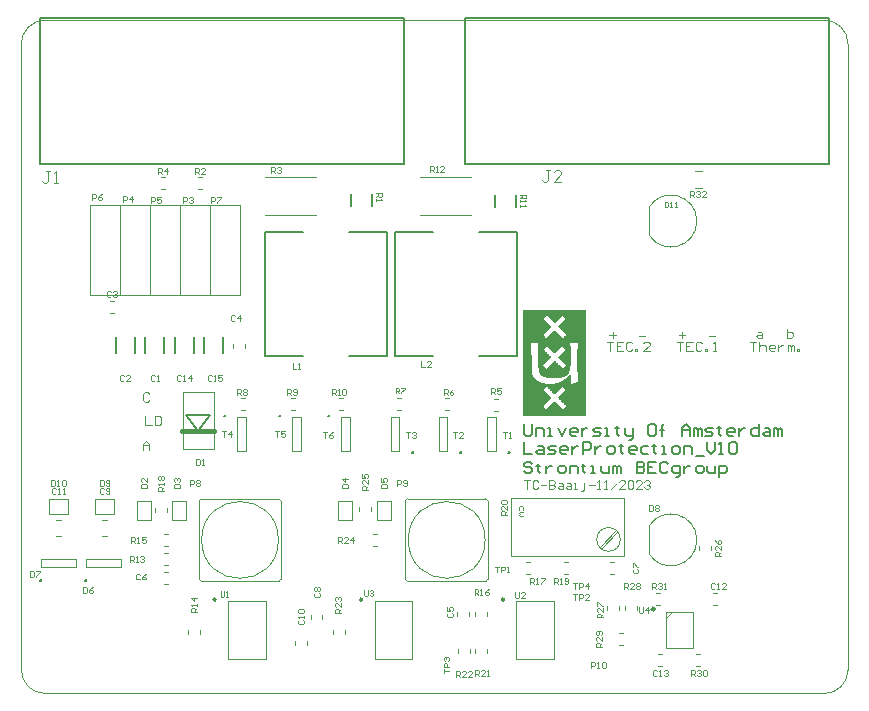
<source format=gto>
G04*
G04 #@! TF.GenerationSoftware,Altium Limited,Altium Designer,23.9.2 (47)*
G04*
G04 Layer_Color=65535*
%FSLAX44Y44*%
%MOMM*%
G71*
G04*
G04 #@! TF.SameCoordinates,B568AE66-8DF3-4FEE-8232-9B1AC1FE23A7*
G04*
G04*
G04 #@! TF.FilePolarity,Positive*
G04*
G01*
G75*
%ADD10C,0.1000*%
%ADD11C,0.2500*%
%ADD12C,0.0152*%
%ADD13C,0.2000*%
%ADD14C,0.4000*%
%ADD15C,0.1270*%
%ADD16C,0.1500*%
D10*
X507200Y130405D02*
G03*
X507200Y130405I-10000J0D01*
G01*
X531386Y388273D02*
G03*
X531386Y411727I18614J11727D01*
G01*
Y118273D02*
G03*
X531386Y141727I18614J11727D01*
G01*
X392700Y130000D02*
G03*
X392700Y130000I-32500J0D01*
G01*
X327200Y165000D02*
G03*
X325200Y163000I0J-2000D01*
G01*
X395200D02*
G03*
X393200Y165000I-2000J0D01*
G01*
X325200Y97000D02*
G03*
X327200Y95000I2000J0D01*
G01*
X393200D02*
G03*
X395200Y97000I0J2000D01*
G01*
X217700Y130000D02*
G03*
X217700Y130000I-32500J0D01*
G01*
X152200Y165000D02*
G03*
X150200Y163000I0J-2000D01*
G01*
X220200D02*
G03*
X218200Y165000I-2000J0D01*
G01*
X150200Y97000D02*
G03*
X152200Y95000I2000J0D01*
G01*
X218200D02*
G03*
X220200Y97000I0J2000D01*
G01*
X491200Y122405D02*
X504200Y136405D01*
X490200Y124405D02*
X503200Y138405D01*
X510200Y165405D02*
X510200Y116405D01*
X414200D02*
X414200Y165405D01*
X414200Y116405D02*
X510200D01*
X414200Y165405D02*
X510200D01*
X570500Y428000D02*
X576500D01*
X570500Y442000D02*
X576500D01*
X531294Y388273D02*
Y411580D01*
X353500Y205000D02*
X360500Y205000D01*
X353500Y234000D02*
X353500Y205000D01*
X353500Y234000D02*
X360500D01*
Y205000D02*
Y234000D01*
X358994Y239745D02*
X362494D01*
X358994Y249745D02*
X362494D01*
X286000Y154250D02*
Y157750D01*
X296000Y154250D02*
Y157750D01*
X521000Y70250D02*
Y73750D01*
X511000Y70250D02*
Y73750D01*
X545690Y64294D02*
X550690Y69294D01*
X545690Y38294D02*
X568689D01*
X545690Y69294D02*
X568689D01*
Y38294D02*
Y69294D01*
X545690Y38294D02*
Y69294D01*
X537250Y85000D02*
X540750D01*
X537250Y75000D02*
X540750D01*
X496000Y70250D02*
Y73750D01*
X506000Y70250D02*
Y73750D01*
X506250Y41000D02*
X509750D01*
X506250Y51000D02*
X509750D01*
X539250Y33000D02*
X542750D01*
X539250Y23000D02*
X542750D01*
X571250D02*
X574750D01*
X571250Y33000D02*
X574750D01*
X585250Y75000D02*
X588750D01*
X585250Y85000D02*
X588750D01*
X584000Y121250D02*
Y124750D01*
X574000Y121250D02*
Y124750D01*
X531294Y118273D02*
Y141580D01*
X498250Y101000D02*
X501750D01*
X498250Y111000D02*
X501750D01*
X459450Y111000D02*
X462950D01*
X459450Y101000D02*
X462950D01*
X427450D02*
X430950D01*
X427450Y111000D02*
X430950D01*
X419200Y29500D02*
Y78500D01*
Y29500D02*
X451200D01*
Y78500D01*
X419200D02*
X451200D01*
X394200Y65250D02*
Y68750D01*
X384200Y65250D02*
Y68750D01*
X394200Y34400D02*
Y37900D01*
X384200Y34400D02*
Y37900D01*
X380000Y34250D02*
Y37750D01*
X370000Y34250D02*
Y37750D01*
X379000Y65250D02*
Y68750D01*
X369000Y65250D02*
Y68750D01*
X242000Y41250D02*
Y44750D01*
X232000Y41250D02*
Y44750D01*
X264200Y50250D02*
Y53750D01*
X274200Y50250D02*
Y53750D01*
X299200Y29500D02*
Y78500D01*
Y29500D02*
X331200D01*
Y78500D01*
X299200D02*
X331200D01*
X255000Y63250D02*
Y66750D01*
X245000Y63250D02*
Y66750D01*
X297450Y125000D02*
X300950D01*
X297450Y135000D02*
X300950D01*
X395200Y97000D02*
Y163000D01*
X325200Y97000D02*
Y163000D01*
X327200Y165000D02*
X393200D01*
X327200Y95000D02*
X393200D01*
X301200Y147150D02*
Y163150D01*
X313200D01*
X301200Y147150D02*
X313200D01*
Y163150D01*
X268000Y147000D02*
Y163000D01*
X280000D01*
X268000Y147000D02*
X280000D01*
Y163000D01*
X141200Y50250D02*
Y53750D01*
X151200Y50250D02*
Y53750D01*
X175200Y78500D02*
X207200D01*
Y29500D02*
Y78500D01*
X175200Y29500D02*
X207200D01*
X175200D02*
Y78500D01*
X120779Y124924D02*
X124279D01*
X120779Y134924D02*
X124279D01*
X120450Y109000D02*
X123950D01*
X120450Y119000D02*
X123950D01*
X120450Y103000D02*
X123950D01*
X120450Y93000D02*
X123950D01*
X220200Y97000D02*
Y163000D01*
X150200Y97000D02*
Y163000D01*
X152200Y165000D02*
X218200D01*
X152200Y95000D02*
X218200D01*
X127200Y147000D02*
Y163000D01*
X139200D01*
X127200Y147000D02*
X139200D01*
Y163000D01*
X113200Y153250D02*
Y156750D01*
X123200Y153250D02*
Y156750D01*
X98200Y147000D02*
Y163000D01*
X110200D01*
X98200Y147000D02*
X110200D01*
Y163000D01*
X29500Y147251D02*
X33500D01*
X29500Y133251D02*
X33500D01*
X55000Y106751D02*
Y113751D01*
X84000D01*
Y106751D02*
Y113751D01*
X55000Y106751D02*
X84000D01*
X17000Y106751D02*
Y113751D01*
X46000D01*
Y106751D02*
Y113751D01*
X17000Y106751D02*
X46000D01*
X68250Y147251D02*
X72250D01*
X68250Y133251D02*
X72250D01*
X62500Y164251D02*
X78500D01*
Y152251D02*
Y164251D01*
X62500Y152251D02*
Y164251D01*
Y152251D02*
X78500D01*
X23500Y164251D02*
X39500D01*
Y152251D02*
Y164251D01*
X23500Y152251D02*
Y164251D01*
Y152251D02*
X39500D01*
X137000Y207000D02*
X163000D01*
X137000Y255000D02*
X163000D01*
X137000Y207000D02*
Y255000D01*
X163000Y207000D02*
Y255000D01*
X400250Y249500D02*
X403750D01*
X400250Y239500D02*
X403750D01*
X318250Y250000D02*
X321750D01*
X318250Y240000D02*
X321750D01*
X269250Y240000D02*
X272750D01*
X269250Y250000D02*
X272750D01*
X228250Y240000D02*
X231750D01*
X228250Y250000D02*
X231750D01*
X401500Y205000D02*
Y234000D01*
X394500D02*
X401500D01*
X394500Y205000D02*
Y234000D01*
Y205000D02*
X401500D01*
X320000Y205000D02*
Y234000D01*
X313000D02*
X320000D01*
X313000Y205000D02*
Y234000D01*
Y205000D02*
X320000D01*
X271000Y234000D02*
X271000Y205000D01*
X278000D01*
Y234000D01*
X271000D02*
X278000D01*
X229500Y205000D02*
Y234000D01*
Y205000D02*
X236500D01*
Y234000D01*
X229500Y234000D02*
X236500Y234000D01*
X183000Y205000D02*
Y234000D01*
Y205000D02*
X190000D01*
X190000Y234000D02*
X190000Y205000D01*
X183000Y234000D02*
X190000Y234000D01*
X186250Y240000D02*
X189750D01*
X186250Y250000D02*
X189750D01*
X75250Y322000D02*
X78750D01*
X75250Y332000D02*
X78750Y332000D01*
X337502Y405002D02*
X380502D01*
X337500Y437000D02*
X380500D01*
X206500D02*
X249500D01*
X206502Y405002D02*
X249502D01*
X149250Y427000D02*
X152750D01*
X149250Y437000D02*
X152750D01*
X118250Y427000D02*
X121750D01*
X118250Y437000D02*
X121750D01*
X185098Y413500D02*
X185098Y337302D01*
X159698Y337302D02*
Y413500D01*
X185098D01*
X159698Y337302D02*
X185098Y337302D01*
X159698Y337302D02*
Y413500D01*
X134298Y337302D02*
Y413500D01*
X159698D01*
X134298Y337302D02*
X159698D01*
X134298D02*
Y413500D01*
X108898Y337302D02*
Y413500D01*
X134298D01*
X108898Y337302D02*
X134298D01*
X108898D02*
Y413500D01*
X83498Y337302D02*
Y413500D01*
X108898D01*
X83498Y337302D02*
X108898D01*
X83498D02*
Y413500D01*
X58098Y337302D02*
Y413500D01*
X83498D01*
X58098Y337302D02*
X83498D01*
X179000Y292250D02*
Y295750D01*
X189000Y292250D02*
Y295750D01*
X357501Y17335D02*
Y20668D01*
Y19002D01*
X362499D01*
Y22334D02*
X357501D01*
Y24833D01*
X358334Y25666D01*
X360000D01*
X360833Y24833D01*
Y22334D01*
X358334Y27332D02*
X357501Y28165D01*
Y29831D01*
X358334Y30665D01*
X359167D01*
X360000Y29831D01*
Y28998D01*
Y29831D01*
X360833Y30665D01*
X361666D01*
X362499Y29831D01*
Y28165D01*
X361666Y27332D01*
X401169Y107499D02*
X404501D01*
X402835D01*
Y102501D01*
X406167D02*
Y107499D01*
X408666D01*
X409499Y106666D01*
Y105000D01*
X408666Y104167D01*
X406167D01*
X411165Y102501D02*
X412831D01*
X411998D01*
Y107499D01*
X411165Y106666D01*
X467336Y93499D02*
X470668D01*
X469002D01*
Y88501D01*
X472334D02*
Y93499D01*
X474833D01*
X475666Y92666D01*
Y91000D01*
X474833Y90167D01*
X472334D01*
X479831Y88501D02*
Y93499D01*
X477332Y91000D01*
X480664D01*
X467336Y84499D02*
X470668D01*
X469002D01*
Y79501D01*
X472334D02*
Y84499D01*
X474833D01*
X475666Y83666D01*
Y82000D01*
X474833Y81167D01*
X472334D01*
X480664Y79501D02*
X477332D01*
X480664Y82833D01*
Y83666D01*
X479831Y84499D01*
X478165D01*
X477332Y83666D01*
X411499Y150741D02*
X406501D01*
Y153240D01*
X407334Y154073D01*
X409000D01*
X409833Y153240D01*
Y150741D01*
Y152407D02*
X411499Y154073D01*
Y159072D02*
Y155739D01*
X408167Y159072D01*
X407334D01*
X406501Y158238D01*
Y156572D01*
X407334Y155739D01*
Y160738D02*
X406501Y161571D01*
Y163237D01*
X407334Y164070D01*
X410666D01*
X411499Y163237D01*
Y161571D01*
X410666Y160738D01*
X407334D01*
X424532Y155073D02*
Y157572D01*
X423699Y158405D01*
X422033D01*
X421200Y157572D01*
Y155073D01*
X424532Y153407D02*
X422033D01*
X421200Y152574D01*
X422033Y151741D01*
X421200Y150908D01*
X422033Y150075D01*
X424532D01*
X426000Y180330D02*
X430665D01*
X428333D01*
Y173333D01*
X437663Y179164D02*
X436497Y180330D01*
X434164D01*
X432998Y179164D01*
Y174499D01*
X434164Y173333D01*
X436497D01*
X437663Y174499D01*
X439995Y176831D02*
X444661D01*
X446993Y180330D02*
Y173333D01*
X450492D01*
X451658Y174499D01*
Y175665D01*
X450492Y176831D01*
X446993D01*
X450492D01*
X451658Y177998D01*
Y179164D01*
X450492Y180330D01*
X446993D01*
X455157Y177998D02*
X457490D01*
X458656Y176831D01*
Y173333D01*
X455157D01*
X453991Y174499D01*
X455157Y175665D01*
X458656D01*
X462155Y177998D02*
X464488D01*
X465654Y176831D01*
Y173333D01*
X462155D01*
X460989Y174499D01*
X462155Y175665D01*
X465654D01*
X467986Y173333D02*
X470319D01*
X469153D01*
Y177998D01*
X467986D01*
X473818Y171000D02*
X474984D01*
X476151Y172166D01*
Y177998D01*
X480816Y176831D02*
X485481D01*
X487813Y173333D02*
X490146D01*
X488980D01*
Y180330D01*
X487813Y179164D01*
X493645Y173333D02*
X495978D01*
X494811D01*
Y180330D01*
X493645Y179164D01*
X499476Y173333D02*
X504142Y177998D01*
X511139Y173333D02*
X506474D01*
X511139Y177998D01*
Y179164D01*
X509973Y180330D01*
X507640D01*
X506474Y179164D01*
X513472D02*
X514638Y180330D01*
X516971D01*
X518137Y179164D01*
Y174499D01*
X516971Y173333D01*
X514638D01*
X513472Y174499D01*
Y179164D01*
X525135Y173333D02*
X520470D01*
X525135Y177998D01*
Y179164D01*
X523969Y180330D01*
X521636D01*
X520470Y179164D01*
X527467D02*
X528634Y180330D01*
X530966D01*
X532132Y179164D01*
Y177998D01*
X530966Y176831D01*
X529800D01*
X530966D01*
X532132Y175665D01*
Y174499D01*
X530966Y173333D01*
X528634D01*
X527467Y174499D01*
X103000Y206000D02*
Y211332D01*
X105666Y213997D01*
X108332Y211332D01*
Y206000D01*
Y209999D01*
X103000D01*
X108332Y253664D02*
X106999Y254997D01*
X104333D01*
X103000Y253664D01*
Y248333D01*
X104333Y247000D01*
X106999D01*
X108332Y248333D01*
X105000Y234997D02*
Y227000D01*
X110332D01*
X112997Y234997D02*
Y227000D01*
X116996D01*
X118329Y228333D01*
Y233664D01*
X116996Y234997D01*
X112997D01*
X617000Y297997D02*
X622332D01*
X619666D01*
Y290000D01*
X624997Y297997D02*
Y290000D01*
Y293999D01*
X626330Y295332D01*
X628996D01*
X630329Y293999D01*
Y290000D01*
X636994D02*
X634328D01*
X632995Y291333D01*
Y293999D01*
X634328Y295332D01*
X636994D01*
X638326Y293999D01*
Y292666D01*
X632995D01*
X640992Y295332D02*
Y290000D01*
Y292666D01*
X642325Y293999D01*
X643658Y295332D01*
X644991D01*
X648990Y290000D02*
Y295332D01*
X650323D01*
X651656Y293999D01*
Y290000D01*
Y293999D01*
X652988Y295332D01*
X654321Y293999D01*
Y290000D01*
X656987D02*
Y291333D01*
X658320D01*
Y290000D01*
X656987D01*
X648000Y308997D02*
Y301000D01*
X651999D01*
X653332Y302333D01*
Y303666D01*
Y304999D01*
X651999Y306332D01*
X648000D01*
X623333D02*
X625999D01*
X627332Y304999D01*
Y301000D01*
X623333D01*
X622000Y302333D01*
X623333Y303666D01*
X627332D01*
X555000Y297997D02*
X560332D01*
X557666D01*
Y290000D01*
X568329Y297997D02*
X562997D01*
Y290000D01*
X568329D01*
X562997Y293999D02*
X565663D01*
X576326Y296665D02*
X574994Y297997D01*
X572328D01*
X570995Y296665D01*
Y291333D01*
X572328Y290000D01*
X574994D01*
X576326Y291333D01*
X578992Y290000D02*
Y291333D01*
X580325D01*
Y290000D01*
X578992D01*
X585657D02*
X588323D01*
X586990D01*
Y297997D01*
X585657Y296665D01*
X557000Y303666D02*
X562332D01*
X559666Y306332D02*
Y301000D01*
X582000Y303000D02*
X587332D01*
X523000D02*
X528332D01*
X498000Y303666D02*
X503332D01*
X500666Y306332D02*
Y301000D01*
X496000Y297997D02*
X501332D01*
X498666D01*
Y290000D01*
X509329Y297997D02*
X503997D01*
Y290000D01*
X509329D01*
X503997Y293999D02*
X506663D01*
X517326Y296665D02*
X515994Y297997D01*
X513328D01*
X511995Y296665D01*
Y291333D01*
X513328Y290000D01*
X515994D01*
X517326Y291333D01*
X519992Y290000D02*
Y291333D01*
X521325D01*
Y290000D01*
X519992D01*
X531988D02*
X526657D01*
X531988Y295332D01*
Y296665D01*
X530656Y297997D01*
X527990D01*
X526657Y296665D01*
X566335Y420501D02*
Y425499D01*
X568835D01*
X569668Y424666D01*
Y423000D01*
X568835Y422167D01*
X566335D01*
X568002D02*
X569668Y420501D01*
X571334Y424666D02*
X572167Y425499D01*
X573833D01*
X574666Y424666D01*
Y423833D01*
X573833Y423000D01*
X573000D01*
X573833D01*
X574666Y422167D01*
Y421334D01*
X573833Y420501D01*
X572167D01*
X571334Y421334D01*
X579664Y420501D02*
X576332D01*
X579664Y423833D01*
Y424666D01*
X578831Y425499D01*
X577165D01*
X576332Y424666D01*
X544585Y416499D02*
Y411501D01*
X547084D01*
X547917Y412334D01*
Y415666D01*
X547084Y416499D01*
X544585D01*
X549584Y411501D02*
X551250D01*
X550416D01*
Y416499D01*
X549584Y415666D01*
X553749Y411501D02*
X555415D01*
X554582D01*
Y416499D01*
X553749Y415666D01*
X161084Y268666D02*
X160251Y269499D01*
X158585D01*
X157752Y268666D01*
Y265334D01*
X158585Y264501D01*
X160251D01*
X161084Y265334D01*
X162750Y264501D02*
X164417D01*
X163584D01*
Y269499D01*
X162750Y268666D01*
X170248Y269499D02*
X166916D01*
Y267000D01*
X168582Y267833D01*
X169415D01*
X170248Y267000D01*
Y265334D01*
X169415Y264501D01*
X167749D01*
X166916Y265334D01*
X135084Y268666D02*
X134251Y269499D01*
X132585D01*
X131752Y268666D01*
Y265334D01*
X132585Y264501D01*
X134251D01*
X135084Y265334D01*
X136750Y264501D02*
X138417D01*
X137584D01*
Y269499D01*
X136750Y268666D01*
X143415Y264501D02*
Y269499D01*
X140916Y267000D01*
X144248D01*
X147668Y198499D02*
Y193501D01*
X150167D01*
X151000Y194334D01*
Y197666D01*
X150167Y198499D01*
X147668D01*
X152666Y193501D02*
X154332D01*
X153499D01*
Y198499D01*
X152666Y197666D01*
X447334Y442998D02*
X444002D01*
X445668D01*
Y434668D01*
X444002Y433002D01*
X442336D01*
X440669Y434668D01*
X457331Y433002D02*
X450666D01*
X457331Y439666D01*
Y441332D01*
X455664Y442998D01*
X452332D01*
X450666Y441332D01*
X522835Y73499D02*
Y69334D01*
X523668Y68501D01*
X525334D01*
X526167Y69334D01*
Y73499D01*
X530332Y68501D02*
Y73499D01*
X527833Y71000D01*
X531165D01*
X289835Y87499D02*
Y83334D01*
X290668Y82501D01*
X292334D01*
X293167Y83334D01*
Y87499D01*
X294833Y86666D02*
X295666Y87499D01*
X297332D01*
X298165Y86666D01*
Y85833D01*
X297332Y85000D01*
X296499D01*
X297332D01*
X298165Y84167D01*
Y83334D01*
X297332Y82501D01*
X295666D01*
X294833Y83334D01*
X417835Y85499D02*
Y81334D01*
X418668Y80501D01*
X420334D01*
X421167Y81334D01*
Y85499D01*
X426165Y80501D02*
X422833D01*
X426165Y83833D01*
Y84666D01*
X425332Y85499D01*
X423666D01*
X422833Y84666D01*
X168668Y86499D02*
Y82334D01*
X169501Y81501D01*
X171167D01*
X172000Y82334D01*
Y86499D01*
X173666Y81501D02*
X175332D01*
X174499D01*
Y86499D01*
X173666Y85666D01*
X255835Y221499D02*
X259167D01*
X257501D01*
Y216501D01*
X264165Y221499D02*
X262499Y220666D01*
X260833Y219000D01*
Y217334D01*
X261666Y216501D01*
X263332D01*
X264165Y217334D01*
Y218167D01*
X263332Y219000D01*
X260833D01*
X214835Y222499D02*
X218167D01*
X216501D01*
Y217501D01*
X223165Y222499D02*
X219833D01*
Y220000D01*
X221499Y220833D01*
X222332D01*
X223165Y220000D01*
Y218334D01*
X222332Y217501D01*
X220666D01*
X219833Y218334D01*
X169835Y222499D02*
X173167D01*
X171501D01*
Y217501D01*
X177332D02*
Y222499D01*
X174833Y220000D01*
X178165D01*
X325835Y221499D02*
X329167D01*
X327501D01*
Y216501D01*
X330833Y220666D02*
X331666Y221499D01*
X333332D01*
X334165Y220666D01*
Y219833D01*
X333332Y219000D01*
X332499D01*
X333332D01*
X334165Y218167D01*
Y217334D01*
X333332Y216501D01*
X331666D01*
X330833Y217334D01*
X365835Y221499D02*
X369167D01*
X367501D01*
Y216501D01*
X374165D02*
X370833D01*
X374165Y219833D01*
Y220666D01*
X373332Y221499D01*
X371666D01*
X370833Y220666D01*
X407668Y221499D02*
X411000D01*
X409334D01*
Y216501D01*
X412666D02*
X414332D01*
X413499D01*
Y221499D01*
X412666Y220666D01*
X534169Y88501D02*
Y93499D01*
X536668D01*
X537501Y92666D01*
Y91000D01*
X536668Y90167D01*
X534169D01*
X535835D02*
X537501Y88501D01*
X539167Y92666D02*
X540000Y93499D01*
X541666D01*
X542499Y92666D01*
Y91833D01*
X541666Y91000D01*
X540833D01*
X541666D01*
X542499Y90167D01*
Y89334D01*
X541666Y88501D01*
X540000D01*
X539167Y89334D01*
X544165Y88501D02*
X545831D01*
X544998D01*
Y93499D01*
X544165Y92666D01*
X567336Y14501D02*
Y19499D01*
X569835D01*
X570668Y18666D01*
Y17000D01*
X569835Y16167D01*
X567336D01*
X569002D02*
X570668Y14501D01*
X572334Y18666D02*
X573167Y19499D01*
X574833D01*
X575666Y18666D01*
Y17833D01*
X574833Y17000D01*
X574000D01*
X574833D01*
X575666Y16167D01*
Y15334D01*
X574833Y14501D01*
X573167D01*
X572334Y15334D01*
X577332Y18666D02*
X578165Y19499D01*
X579831D01*
X580664Y18666D01*
Y15334D01*
X579831Y14501D01*
X578165D01*
X577332Y15334D01*
Y18666D01*
X491499Y39335D02*
X486501D01*
Y41835D01*
X487334Y42668D01*
X489000D01*
X489833Y41835D01*
Y39335D01*
Y41002D02*
X491499Y42668D01*
Y47666D02*
Y44334D01*
X488167Y47666D01*
X487334D01*
X486501Y46833D01*
Y45167D01*
X487334Y44334D01*
X490666Y49332D02*
X491499Y50165D01*
Y51831D01*
X490666Y52664D01*
X487334D01*
X486501Y51831D01*
Y50165D01*
X487334Y49332D01*
X488167D01*
X489000Y50165D01*
Y52664D01*
X510336Y88501D02*
Y93499D01*
X512835D01*
X513668Y92666D01*
Y91000D01*
X512835Y90167D01*
X510336D01*
X512002D02*
X513668Y88501D01*
X518666D02*
X515334D01*
X518666Y91833D01*
Y92666D01*
X517833Y93499D01*
X516167D01*
X515334Y92666D01*
X520332D02*
X521165Y93499D01*
X522831D01*
X523665Y92666D01*
Y91833D01*
X522831Y91000D01*
X523665Y90167D01*
Y89334D01*
X522831Y88501D01*
X521165D01*
X520332Y89334D01*
Y90167D01*
X521165Y91000D01*
X520332Y91833D01*
Y92666D01*
X521165Y91000D02*
X522831D01*
X492499Y64335D02*
X487501D01*
Y66835D01*
X488334Y67668D01*
X490000D01*
X490833Y66835D01*
Y64335D01*
Y66002D02*
X492499Y67668D01*
Y72666D02*
Y69334D01*
X489167Y72666D01*
X488334D01*
X487501Y71833D01*
Y70167D01*
X488334Y69334D01*
X487501Y74332D02*
Y77664D01*
X488334D01*
X491666Y74332D01*
X492499D01*
X592499Y116335D02*
X587501D01*
Y118835D01*
X588334Y119668D01*
X590000D01*
X590833Y118835D01*
Y116335D01*
Y118002D02*
X592499Y119668D01*
Y124666D02*
Y121334D01*
X589167Y124666D01*
X588334D01*
X587501Y123833D01*
Y122167D01*
X588334Y121334D01*
X587501Y129664D02*
X588334Y127998D01*
X590000Y126332D01*
X591666D01*
X592499Y127165D01*
Y128831D01*
X591666Y129664D01*
X590833D01*
X590000Y128831D01*
Y126332D01*
X293299Y172335D02*
X288301D01*
Y174835D01*
X289134Y175668D01*
X290800D01*
X291633Y174835D01*
Y172335D01*
Y174002D02*
X293299Y175668D01*
Y180666D02*
Y177334D01*
X289967Y180666D01*
X289134D01*
X288301Y179833D01*
Y178167D01*
X289134Y177334D01*
X288301Y185664D02*
Y182332D01*
X290800D01*
X289967Y183998D01*
Y184831D01*
X290800Y185664D01*
X292466D01*
X293299Y184831D01*
Y183165D01*
X292466Y182332D01*
X268335Y127501D02*
Y132499D01*
X270835D01*
X271668Y131666D01*
Y130000D01*
X270835Y129167D01*
X268335D01*
X270002D02*
X271668Y127501D01*
X276666D02*
X273334D01*
X276666Y130833D01*
Y131666D01*
X275833Y132499D01*
X274167D01*
X273334Y131666D01*
X280831Y127501D02*
Y132499D01*
X278332Y130000D01*
X281665D01*
X270499Y68335D02*
X265501D01*
Y70835D01*
X266334Y71668D01*
X268000D01*
X268833Y70835D01*
Y68335D01*
Y70002D02*
X270499Y71668D01*
Y76666D02*
Y73334D01*
X267167Y76666D01*
X266334D01*
X265501Y75833D01*
Y74167D01*
X266334Y73334D01*
Y78332D02*
X265501Y79165D01*
Y80831D01*
X266334Y81664D01*
X267167D01*
X268000Y80831D01*
Y79998D01*
Y80831D01*
X268833Y81664D01*
X269666D01*
X270499Y80831D01*
Y79165D01*
X269666Y78332D01*
X368135Y14351D02*
Y19349D01*
X370635D01*
X371468Y18516D01*
Y16850D01*
X370635Y16017D01*
X368135D01*
X369802D02*
X371468Y14351D01*
X376466D02*
X373134D01*
X376466Y17683D01*
Y18516D01*
X375633Y19349D01*
X373967D01*
X373134Y18516D01*
X381465Y14351D02*
X378132D01*
X381465Y17683D01*
Y18516D01*
X380631Y19349D01*
X378965D01*
X378132Y18516D01*
X384169Y14501D02*
Y19499D01*
X386668D01*
X387501Y18666D01*
Y17000D01*
X386668Y16167D01*
X384169D01*
X385835D02*
X387501Y14501D01*
X392499D02*
X389167D01*
X392499Y17833D01*
Y18666D01*
X391666Y19499D01*
X390000D01*
X389167Y18666D01*
X394165Y14501D02*
X395831D01*
X394998D01*
Y19499D01*
X394165Y18666D01*
X450752Y92501D02*
Y97499D01*
X453251D01*
X454084Y96666D01*
Y95000D01*
X453251Y94167D01*
X450752D01*
X452418D02*
X454084Y92501D01*
X455750D02*
X457416D01*
X456584D01*
Y97499D01*
X455750Y96666D01*
X459916Y93334D02*
X460749Y92501D01*
X462415D01*
X463248Y93334D01*
Y96666D01*
X462415Y97499D01*
X460749D01*
X459916Y96666D01*
Y95833D01*
X460749Y95000D01*
X463248D01*
X120499Y171752D02*
X115501D01*
Y174251D01*
X116334Y175084D01*
X118000D01*
X118833Y174251D01*
Y171752D01*
Y173418D02*
X120499Y175084D01*
Y176750D02*
Y178417D01*
Y177583D01*
X115501D01*
X116334Y176750D01*
Y180916D02*
X115501Y181749D01*
Y183415D01*
X116334Y184248D01*
X117167D01*
X118000Y183415D01*
X118833Y184248D01*
X119666D01*
X120499Y183415D01*
Y181749D01*
X119666Y180916D01*
X118833D01*
X118000Y181749D01*
X117167Y180916D01*
X116334D01*
X118000Y181749D02*
Y183415D01*
X430752Y92501D02*
Y97499D01*
X433251D01*
X434084Y96666D01*
Y95000D01*
X433251Y94167D01*
X430752D01*
X432418D02*
X434084Y92501D01*
X435750D02*
X437416D01*
X436584D01*
Y97499D01*
X435750Y96666D01*
X439916Y97499D02*
X443248D01*
Y96666D01*
X439916Y93334D01*
Y92501D01*
X383752Y83501D02*
Y88499D01*
X386251D01*
X387084Y87666D01*
Y86000D01*
X386251Y85167D01*
X383752D01*
X385418D02*
X387084Y83501D01*
X388750D02*
X390416D01*
X389584D01*
Y88499D01*
X388750Y87666D01*
X396248Y88499D02*
X394582Y87666D01*
X392916Y86000D01*
Y84334D01*
X393749Y83501D01*
X395415D01*
X396248Y84334D01*
Y85167D01*
X395415Y86000D01*
X392916D01*
X92752Y127501D02*
Y132499D01*
X95251D01*
X96084Y131666D01*
Y130000D01*
X95251Y129167D01*
X92752D01*
X94418D02*
X96084Y127501D01*
X97750D02*
X99417D01*
X98583D01*
Y132499D01*
X97750Y131666D01*
X105248Y132499D02*
X101916D01*
Y130000D01*
X103582Y130833D01*
X104415D01*
X105248Y130000D01*
Y128334D01*
X104415Y127501D01*
X102749D01*
X101916Y128334D01*
X148499Y68752D02*
X143501D01*
Y71251D01*
X144334Y72084D01*
X146000D01*
X146833Y71251D01*
Y68752D01*
Y70418D02*
X148499Y72084D01*
Y73750D02*
Y75416D01*
Y74583D01*
X143501D01*
X144334Y73750D01*
X148499Y80415D02*
X143501D01*
X146000Y77916D01*
Y81248D01*
X91752Y111501D02*
Y116499D01*
X94251D01*
X95084Y115666D01*
Y114000D01*
X94251Y113167D01*
X91752D01*
X93418D02*
X95084Y111501D01*
X96750D02*
X98417D01*
X97584D01*
Y116499D01*
X96750Y115666D01*
X100916D02*
X101749Y116499D01*
X103415D01*
X104248Y115666D01*
Y114833D01*
X103415Y114000D01*
X102582D01*
X103415D01*
X104248Y113167D01*
Y112334D01*
X103415Y111501D01*
X101749D01*
X100916Y112334D01*
X345752Y441501D02*
Y446499D01*
X348251D01*
X349084Y445666D01*
Y444000D01*
X348251Y443167D01*
X345752D01*
X347418D02*
X349084Y441501D01*
X350750D02*
X352416D01*
X351584D01*
Y446499D01*
X350750Y445666D01*
X358248Y441501D02*
X354916D01*
X358248Y444833D01*
Y445666D01*
X357415Y446499D01*
X355749D01*
X354916Y445666D01*
X422501Y422415D02*
X427499D01*
Y419916D01*
X426666Y419083D01*
X425000D01*
X424167Y419916D01*
Y422415D01*
Y420749D02*
X422501Y419083D01*
Y417416D02*
Y415750D01*
Y416583D01*
X427499D01*
X426666Y417416D01*
X422501Y413251D02*
Y411585D01*
Y412418D01*
X427499D01*
X426666Y413251D01*
X262752Y253001D02*
Y257999D01*
X265251D01*
X266084Y257166D01*
Y255500D01*
X265251Y254667D01*
X262752D01*
X264418D02*
X266084Y253001D01*
X267750D02*
X269417D01*
X268584D01*
Y257999D01*
X267750Y257166D01*
X271916D02*
X272749Y257999D01*
X274415D01*
X275248Y257166D01*
Y253834D01*
X274415Y253001D01*
X272749D01*
X271916Y253834D01*
Y257166D01*
X224835Y253001D02*
Y257999D01*
X227334D01*
X228167Y257166D01*
Y255500D01*
X227334Y254667D01*
X224835D01*
X226501D02*
X228167Y253001D01*
X229833Y253834D02*
X230666Y253001D01*
X232332D01*
X233165Y253834D01*
Y257166D01*
X232332Y257999D01*
X230666D01*
X229833Y257166D01*
Y256333D01*
X230666Y255500D01*
X233165D01*
X182835Y253001D02*
Y257999D01*
X185334D01*
X186167Y257166D01*
Y255500D01*
X185334Y254667D01*
X182835D01*
X184501D02*
X186167Y253001D01*
X187833Y257166D02*
X188666Y257999D01*
X190332D01*
X191165Y257166D01*
Y256333D01*
X190332Y255500D01*
X191165Y254667D01*
Y253834D01*
X190332Y253001D01*
X188666D01*
X187833Y253834D01*
Y254667D01*
X188666Y255500D01*
X187833Y256333D01*
Y257166D01*
X188666Y255500D02*
X190332D01*
X316835Y254001D02*
Y258999D01*
X319334D01*
X320167Y258166D01*
Y256500D01*
X319334Y255667D01*
X316835D01*
X318501D02*
X320167Y254001D01*
X321833Y258999D02*
X325165D01*
Y258166D01*
X321833Y254834D01*
Y254001D01*
X357579Y252745D02*
Y257744D01*
X360078D01*
X360911Y256911D01*
Y255245D01*
X360078Y254411D01*
X357579D01*
X359245D02*
X360911Y252745D01*
X365910Y257744D02*
X364244Y256911D01*
X362577Y255245D01*
Y253578D01*
X363410Y252745D01*
X365076D01*
X365910Y253578D01*
Y254411D01*
X365076Y255245D01*
X362577D01*
X397835Y253501D02*
Y258499D01*
X400334D01*
X401167Y257666D01*
Y256000D01*
X400334Y255167D01*
X397835D01*
X399501D02*
X401167Y253501D01*
X406165Y258499D02*
X402833D01*
Y256000D01*
X404499Y256833D01*
X405332D01*
X406165Y256000D01*
Y254334D01*
X405332Y253501D01*
X403666D01*
X402833Y254334D01*
X115835Y439501D02*
Y444499D01*
X118334D01*
X119167Y443666D01*
Y442000D01*
X118334Y441167D01*
X115835D01*
X117501D02*
X119167Y439501D01*
X123332D02*
Y444499D01*
X120833Y442000D01*
X124165D01*
X211835Y440501D02*
Y445499D01*
X214334D01*
X215167Y444666D01*
Y443000D01*
X214334Y442167D01*
X211835D01*
X213501D02*
X215167Y440501D01*
X216833Y444666D02*
X217666Y445499D01*
X219332D01*
X220165Y444666D01*
Y443833D01*
X219332Y443000D01*
X218499D01*
X219332D01*
X220165Y442167D01*
Y441334D01*
X219332Y440501D01*
X217666D01*
X216833Y441334D01*
X146835Y439501D02*
Y444499D01*
X149334D01*
X150167Y443666D01*
Y442000D01*
X149334Y441167D01*
X146835D01*
X148501D02*
X150167Y439501D01*
X155165D02*
X151833D01*
X155165Y442833D01*
Y443666D01*
X154332Y444499D01*
X152666D01*
X151833Y443666D01*
X300501Y423332D02*
X305499D01*
Y420833D01*
X304666Y420000D01*
X303000D01*
X302167Y420833D01*
Y423332D01*
Y421666D02*
X300501Y420000D01*
Y418334D02*
Y416668D01*
Y417501D01*
X305499D01*
X304666Y418334D01*
X482752Y21501D02*
Y26499D01*
X485251D01*
X486084Y25666D01*
Y24000D01*
X485251Y23167D01*
X482752D01*
X487750Y21501D02*
X489417D01*
X488583D01*
Y26499D01*
X487750Y25666D01*
X491916D02*
X492749Y26499D01*
X494415D01*
X495248Y25666D01*
Y22334D01*
X494415Y21501D01*
X492749D01*
X491916Y22334D01*
Y25666D01*
X317835Y175701D02*
Y180699D01*
X320334D01*
X321167Y179866D01*
Y178200D01*
X320334Y177367D01*
X317835D01*
X322833Y176534D02*
X323666Y175701D01*
X325332D01*
X326165Y176534D01*
Y179866D01*
X325332Y180699D01*
X323666D01*
X322833Y179866D01*
Y179033D01*
X323666Y178200D01*
X326165D01*
X142835Y175701D02*
Y180699D01*
X145334D01*
X146167Y179866D01*
Y178200D01*
X145334Y177367D01*
X142835D01*
X147833Y179866D02*
X148666Y180699D01*
X150332D01*
X151165Y179866D01*
Y179033D01*
X150332Y178200D01*
X151165Y177367D01*
Y176534D01*
X150332Y175701D01*
X148666D01*
X147833Y176534D01*
Y177367D01*
X148666Y178200D01*
X147833Y179033D01*
Y179866D01*
X148666Y178200D02*
X150332D01*
X160835Y415501D02*
Y420499D01*
X163334D01*
X164167Y419666D01*
Y418000D01*
X163334Y417167D01*
X160835D01*
X165833Y420499D02*
X169165D01*
Y419666D01*
X165833Y416334D01*
Y415501D01*
X59835Y417501D02*
Y422499D01*
X62334D01*
X63167Y421666D01*
Y420000D01*
X62334Y419167D01*
X59835D01*
X68165Y422499D02*
X66499Y421666D01*
X64833Y420000D01*
Y418334D01*
X65666Y417501D01*
X67332D01*
X68165Y418334D01*
Y419167D01*
X67332Y420000D01*
X64833D01*
X109835Y415501D02*
Y420499D01*
X112334D01*
X113167Y419666D01*
Y418000D01*
X112334Y417167D01*
X109835D01*
X118165Y420499D02*
X114833D01*
Y418000D01*
X116499Y418833D01*
X117332D01*
X118165Y418000D01*
Y416334D01*
X117332Y415501D01*
X115666D01*
X114833Y416334D01*
X85835Y416501D02*
Y421499D01*
X88334D01*
X89167Y420666D01*
Y419000D01*
X88334Y418167D01*
X85835D01*
X93332Y416501D02*
Y421499D01*
X90833Y419000D01*
X94165D01*
X136835Y415501D02*
Y420499D01*
X139334D01*
X140167Y419666D01*
Y418000D01*
X139334Y417167D01*
X136835D01*
X141833Y419666D02*
X142666Y420499D01*
X144332D01*
X145165Y419666D01*
Y418833D01*
X144332Y418000D01*
X143499D01*
X144332D01*
X145165Y417167D01*
Y416334D01*
X144332Y415501D01*
X142666D01*
X141833Y416334D01*
X338835Y281499D02*
Y276501D01*
X342167D01*
X347165D02*
X343833D01*
X347165Y279833D01*
Y280666D01*
X346332Y281499D01*
X344666D01*
X343833Y280666D01*
X229668Y279499D02*
Y274501D01*
X233000D01*
X234666D02*
X236332D01*
X235499D01*
Y279499D01*
X234666Y278666D01*
X24000Y441998D02*
X20668D01*
X22334D01*
Y433668D01*
X20668Y432002D01*
X19002D01*
X17335Y433668D01*
X27332Y432002D02*
X30665D01*
X28998D01*
Y441998D01*
X27332Y440332D01*
X25252Y180750D02*
Y175751D01*
X27751D01*
X28584Y176585D01*
Y179917D01*
X27751Y180750D01*
X25252D01*
X30250Y175751D02*
X31916D01*
X31084D01*
Y180750D01*
X30250Y179917D01*
X34416D02*
X35249Y180750D01*
X36915D01*
X37748Y179917D01*
Y176585D01*
X36915Y175751D01*
X35249D01*
X34416Y176585D01*
Y179917D01*
X66335Y180750D02*
Y175751D01*
X68834D01*
X69667Y176585D01*
Y179917D01*
X68834Y180750D01*
X66335D01*
X71333Y176585D02*
X72166Y175751D01*
X73832D01*
X74665Y176585D01*
Y179917D01*
X73832Y180750D01*
X72166D01*
X71333Y179917D01*
Y179084D01*
X72166Y178251D01*
X74665D01*
X531635Y159499D02*
Y154501D01*
X534134D01*
X534967Y155334D01*
Y158666D01*
X534134Y159499D01*
X531635D01*
X536633Y158666D02*
X537466Y159499D01*
X539132D01*
X539965Y158666D01*
Y157833D01*
X539132Y157000D01*
X539965Y156167D01*
Y155334D01*
X539132Y154501D01*
X537466D01*
X536633Y155334D01*
Y156167D01*
X537466Y157000D01*
X536633Y157833D01*
Y158666D01*
X537466Y157000D02*
X539132D01*
X7335Y103750D02*
Y98751D01*
X9834D01*
X10667Y99585D01*
Y102917D01*
X9834Y103750D01*
X7335D01*
X12333D02*
X15665D01*
Y102917D01*
X12333Y99585D01*
Y98751D01*
X52335Y89750D02*
Y84752D01*
X54834D01*
X55667Y85585D01*
Y88917D01*
X54834Y89750D01*
X52335D01*
X60665D02*
X58999Y88917D01*
X57333Y87251D01*
Y85585D01*
X58166Y84752D01*
X59832D01*
X60665Y85585D01*
Y86418D01*
X59832Y87251D01*
X57333D01*
X304501Y173835D02*
X309499D01*
Y176334D01*
X308666Y177167D01*
X305334D01*
X304501Y176334D01*
Y173835D01*
Y182165D02*
Y178833D01*
X307000D01*
X306167Y180499D01*
Y181332D01*
X307000Y182165D01*
X308666D01*
X309499Y181332D01*
Y179666D01*
X308666Y178833D01*
X271301Y173685D02*
X276299D01*
Y176184D01*
X275466Y177017D01*
X272134D01*
X271301Y176184D01*
Y173685D01*
X276299Y181182D02*
X271301D01*
X273800Y178683D01*
Y182015D01*
X129501Y173835D02*
X134499D01*
Y176334D01*
X133666Y177167D01*
X130334D01*
X129501Y176334D01*
Y173835D01*
X130334Y178833D02*
X129501Y179666D01*
Y181332D01*
X130334Y182165D01*
X131167D01*
X132000Y181332D01*
Y180499D01*
Y181332D01*
X132833Y182165D01*
X133666D01*
X134499Y181332D01*
Y179666D01*
X133666Y178833D01*
X101501Y173835D02*
X106499D01*
Y176334D01*
X105666Y177167D01*
X102334D01*
X101501Y176334D01*
Y173835D01*
X106499Y182165D02*
Y178833D01*
X103167Y182165D01*
X102334D01*
X101501Y181332D01*
Y179666D01*
X102334Y178833D01*
X538084Y18666D02*
X537251Y19499D01*
X535585D01*
X534752Y18666D01*
Y15334D01*
X535585Y14501D01*
X537251D01*
X538084Y15334D01*
X539750Y14501D02*
X541417D01*
X540583D01*
Y19499D01*
X539750Y18666D01*
X543916D02*
X544749Y19499D01*
X546415D01*
X547248Y18666D01*
Y17833D01*
X546415Y17000D01*
X545582D01*
X546415D01*
X547248Y16167D01*
Y15334D01*
X546415Y14501D01*
X544749D01*
X543916Y15334D01*
X587084Y92666D02*
X586251Y93499D01*
X584585D01*
X583752Y92666D01*
Y89334D01*
X584585Y88501D01*
X586251D01*
X587084Y89334D01*
X588750Y88501D02*
X590416D01*
X589584D01*
Y93499D01*
X588750Y92666D01*
X596248Y88501D02*
X592916D01*
X596248Y91833D01*
Y92666D01*
X595415Y93499D01*
X593749D01*
X592916Y92666D01*
X29417Y172917D02*
X28584Y173750D01*
X26918D01*
X26085Y172917D01*
Y169585D01*
X26918Y168752D01*
X28584D01*
X29417Y169585D01*
X31084Y168752D02*
X32750D01*
X31916D01*
Y173750D01*
X31084Y172917D01*
X35249Y168752D02*
X36915D01*
X36082D01*
Y173750D01*
X35249Y172917D01*
X235334Y62084D02*
X234501Y61251D01*
Y59585D01*
X235334Y58752D01*
X238666D01*
X239499Y59585D01*
Y61251D01*
X238666Y62084D01*
X239499Y63750D02*
Y65416D01*
Y64584D01*
X234501D01*
X235334Y63750D01*
Y67916D02*
X234501Y68749D01*
Y70415D01*
X235334Y71248D01*
X238666D01*
X239499Y70415D01*
Y68749D01*
X238666Y67916D01*
X235334D01*
X69667Y172917D02*
X68834Y173750D01*
X67168D01*
X66335Y172917D01*
Y169585D01*
X67168Y168752D01*
X68834D01*
X69667Y169585D01*
X71333D02*
X72166Y168752D01*
X73832D01*
X74665Y169585D01*
Y172917D01*
X73832Y173750D01*
X72166D01*
X71333Y172917D01*
Y172084D01*
X72166Y171251D01*
X74665D01*
X248334Y85167D02*
X247501Y84334D01*
Y82668D01*
X248334Y81835D01*
X251666D01*
X252499Y82668D01*
Y84334D01*
X251666Y85167D01*
X248334Y86833D02*
X247501Y87666D01*
Y89332D01*
X248334Y90165D01*
X249167D01*
X250000Y89332D01*
X250833Y90165D01*
X251666D01*
X252499Y89332D01*
Y87666D01*
X251666Y86833D01*
X250833D01*
X250000Y87666D01*
X249167Y86833D01*
X248334D01*
X250000Y87666D02*
Y89332D01*
X518334Y105167D02*
X517501Y104334D01*
Y102668D01*
X518334Y101835D01*
X521666D01*
X522499Y102668D01*
Y104334D01*
X521666Y105167D01*
X517501Y106833D02*
Y110165D01*
X518334D01*
X521666Y106833D01*
X522499D01*
X100167Y100666D02*
X99334Y101499D01*
X97668D01*
X96835Y100666D01*
Y97334D01*
X97668Y96501D01*
X99334D01*
X100167Y97334D01*
X105165Y101499D02*
X103499Y100666D01*
X101833Y99000D01*
Y97334D01*
X102666Y96501D01*
X104332D01*
X105165Y97334D01*
Y98167D01*
X104332Y99000D01*
X101833D01*
X361134Y68167D02*
X360301Y67334D01*
Y65668D01*
X361134Y64835D01*
X364466D01*
X365299Y65668D01*
Y67334D01*
X364466Y68167D01*
X360301Y73165D02*
Y69833D01*
X362800D01*
X361967Y71499D01*
Y72332D01*
X362800Y73165D01*
X364466D01*
X365299Y72332D01*
Y70666D01*
X364466Y69833D01*
X181254Y319247D02*
X180421Y320080D01*
X178755D01*
X177922Y319247D01*
Y315915D01*
X178755Y315082D01*
X180421D01*
X181254Y315915D01*
X185420Y315082D02*
Y320080D01*
X182920Y317581D01*
X186253D01*
X76167Y339666D02*
X75334Y340499D01*
X73668D01*
X72835Y339666D01*
Y336334D01*
X73668Y335501D01*
X75334D01*
X76167Y336334D01*
X77833Y339666D02*
X78666Y340499D01*
X80332D01*
X81165Y339666D01*
Y338833D01*
X80332Y338000D01*
X79499D01*
X80332D01*
X81165Y337167D01*
Y336334D01*
X80332Y335501D01*
X78666D01*
X77833Y336334D01*
X87167Y268666D02*
X86334Y269499D01*
X84668D01*
X83835Y268666D01*
Y265334D01*
X84668Y264501D01*
X86334D01*
X87167Y265334D01*
X92165Y264501D02*
X88833D01*
X92165Y267833D01*
Y268666D01*
X91332Y269499D01*
X89666D01*
X88833Y268666D01*
X113000Y268666D02*
X112167Y269499D01*
X110501D01*
X109668Y268666D01*
Y265334D01*
X110501Y264501D01*
X112167D01*
X113000Y265334D01*
X114666Y264501D02*
X116332D01*
X115499D01*
Y269499D01*
X114666Y268666D01*
X20000Y570000D02*
G03*
X0Y550000I0J-20000D01*
G01*
X700000D02*
G03*
X680000Y570000I-20000J0D01*
G01*
X680000Y0D02*
G03*
X700000Y20000I0J20000D01*
G01*
X0D02*
G03*
X20000Y0I20000J0D01*
G01*
X700000Y550000D02*
X700000Y20000D01*
X20000Y570000D02*
X680000D01*
X-0Y550000D02*
X0Y20000D01*
X20000Y0D02*
X680000D01*
D11*
X372000Y204000D02*
G03*
X372000Y204000I-500J0D01*
G01*
X536190Y71544D02*
G03*
X536190Y71544I-1250J0D01*
G01*
X408407Y79500D02*
G03*
X408407Y79500I-707J0D01*
G01*
X288407D02*
G03*
X288407Y79500I-707J0D01*
G01*
X164407D02*
G03*
X164407Y79500I-707J0D01*
G01*
X54500Y95751D02*
G03*
X54500Y95751I-500J0D01*
G01*
X16500D02*
G03*
X16500Y95751I-500J0D01*
G01*
X413000Y204000D02*
G03*
X413000Y204000I-500J0D01*
G01*
X331500Y204000D02*
G03*
X331500Y204000I-500J0D01*
G01*
X260500Y235000D02*
G03*
X260500Y235000I-500J0D01*
G01*
X219000D02*
G03*
X219000Y235000I-500J0D01*
G01*
X172500Y235000D02*
G03*
X172500Y235000I-500J0D01*
G01*
D12*
X425000Y242248D02*
X442052D01*
X425000Y242401D02*
X441900D01*
X425000Y242553D02*
X441747D01*
X425000Y242706D02*
X441595D01*
X425000Y242858D02*
X441442D01*
X425000Y243010D02*
X441290D01*
X425000Y243163D02*
X441138D01*
X425000Y243315D02*
X440985D01*
X425000Y243468D02*
X440833D01*
X425000Y243620D02*
X440680D01*
X425000Y243772D02*
X440680D01*
X425000Y243925D02*
X440833D01*
X425000Y244077D02*
X440985D01*
X425000Y244230D02*
X441138D01*
X425000Y244382D02*
X441290D01*
X425000Y244534D02*
X441442D01*
X425000Y244687D02*
X441595D01*
X425000Y244839D02*
X441747D01*
X425000Y244992D02*
X441900D01*
X425000Y256269D02*
X441900D01*
X425000Y256422D02*
X441747D01*
X425000Y256574D02*
X441595D01*
X425000Y256726D02*
X441442D01*
X425000Y256879D02*
X441290D01*
X425000Y257031D02*
X441138D01*
X425000Y257184D02*
X441138D01*
X425000Y257336D02*
X441290D01*
X425000Y257488D02*
X441442D01*
X425000Y257641D02*
X441595D01*
X425000Y257793D02*
X441747D01*
X425000Y257946D02*
X441900D01*
X425000Y262670D02*
X441900D01*
X425000Y241182D02*
X443119D01*
X425000Y241334D02*
X442966D01*
X425000Y241486D02*
X442814D01*
X425000Y241639D02*
X442662D01*
X425000Y241791D02*
X442509D01*
X425000Y241944D02*
X442357D01*
X425000Y242096D02*
X442204D01*
X425000Y245144D02*
X442052D01*
X425000Y245296D02*
X442204D01*
X425000Y245449D02*
X442357D01*
X425000Y245601D02*
X442509D01*
X425000Y245754D02*
X442662D01*
X425000Y245906D02*
X442814D01*
X425000Y246058D02*
X442966D01*
X425000Y246211D02*
X443119D01*
X425000Y255050D02*
X443119D01*
X425000Y255202D02*
X442966D01*
X425000Y255355D02*
X442814D01*
X425000Y255507D02*
X442662D01*
X425000Y255660D02*
X442509D01*
X425000Y255812D02*
X442357D01*
X425000Y255964D02*
X442204D01*
X425000Y256117D02*
X442052D01*
X425000Y258098D02*
X442052D01*
X425000Y258250D02*
X442204D01*
X425000Y258403D02*
X442357D01*
X425000Y258555D02*
X442509D01*
X425000Y258708D02*
X442662D01*
X425000Y258860D02*
X442814D01*
X425000Y259012D02*
X442966D01*
X425000Y259165D02*
X443119D01*
X425000Y262518D02*
X442662D01*
X425000Y267699D02*
X433060D01*
X425000Y267852D02*
X433060D01*
X425000Y268004D02*
X432908D01*
X425000Y268156D02*
X432756D01*
X425000Y268309D02*
X432603D01*
X425000Y268461D02*
X432603D01*
X425000Y268614D02*
X432451D01*
X425000Y268766D02*
X432298D01*
X425000Y268918D02*
X432298D01*
X425000Y269071D02*
X432146D01*
X425000Y269223D02*
X432146D01*
X425000Y269376D02*
X431994D01*
X425000Y269528D02*
X431994D01*
X425000Y269680D02*
X431994D01*
X425000Y269833D02*
X431841D01*
X425000Y269985D02*
X431841D01*
X425000Y270138D02*
X431841D01*
X425000Y270290D02*
X431689D01*
X425000Y270442D02*
X431689D01*
X425000Y270595D02*
X431689D01*
X425000Y270747D02*
X431689D01*
X425000Y270900D02*
X431689D01*
X425000Y271052D02*
X431536D01*
X425000Y271204D02*
X431536D01*
X425000Y271357D02*
X431536D01*
X425000Y271509D02*
X431536D01*
X425000Y271662D02*
X431536D01*
X425000Y271814D02*
X431536D01*
X425000Y271966D02*
X431384D01*
X425000Y272119D02*
X431384D01*
X425000Y272271D02*
X431384D01*
X425000Y272424D02*
X431384D01*
X425000Y262822D02*
X441290D01*
X425000Y262975D02*
X440680D01*
X425000Y263127D02*
X440223D01*
X425000Y263280D02*
X439766D01*
X425000Y263432D02*
X439309D01*
X425000Y263584D02*
X438852D01*
X425000Y263737D02*
X438394D01*
X425000Y263889D02*
X438090D01*
X425000Y264042D02*
X437632D01*
X425000Y264194D02*
X437328D01*
X425000Y264346D02*
X437023D01*
X425000Y264499D02*
X436718D01*
X425000Y264651D02*
X436566D01*
X425000Y264804D02*
X436261D01*
X425000Y264956D02*
X435956D01*
X425000Y265108D02*
X435804D01*
X425000Y265261D02*
X435651D01*
X425000Y265413D02*
X435346D01*
X425000Y265566D02*
X435194D01*
X425000Y265718D02*
X435042D01*
X425000Y265870D02*
X434889D01*
X425000Y266023D02*
X434584D01*
X425000Y266175D02*
X434432D01*
X425000Y266328D02*
X434280D01*
X425000Y266480D02*
X434127D01*
X425000Y266632D02*
X433975D01*
X425000Y266785D02*
X433822D01*
X425000Y266937D02*
X433670D01*
X425000Y267090D02*
X433670D01*
X425000Y267242D02*
X433518D01*
X425000Y267394D02*
X433365D01*
X425000Y267547D02*
X433213D01*
X425000Y240267D02*
X444033D01*
X425000Y240420D02*
X443881D01*
X425000Y240572D02*
X443728D01*
X425000Y240724D02*
X443576D01*
X425000Y240877D02*
X443424D01*
X425000Y241029D02*
X443271D01*
X425000Y246363D02*
X443271D01*
X425000Y246516D02*
X443424D01*
X425000Y246668D02*
X443576D01*
X425000Y246820D02*
X443728D01*
X425000Y246973D02*
X443881D01*
X425000Y247125D02*
X444033D01*
X425000Y247278D02*
X444186D01*
X425000Y247430D02*
X444338D01*
X425000Y247582D02*
X444490D01*
X425000Y247735D02*
X444643D01*
X425000Y247887D02*
X444795D01*
X425000Y248040D02*
X444948D01*
X425000Y248192D02*
X445100D01*
X425000Y248344D02*
X445252D01*
X425000Y248497D02*
X445405D01*
X425000Y252916D02*
X445252D01*
X425000Y253069D02*
X445100D01*
X425000Y253221D02*
X444948D01*
X425000Y253374D02*
X444795D01*
X425000Y253526D02*
X444643D01*
X425000Y253678D02*
X444490D01*
X425000Y253831D02*
X444338D01*
X425000Y253983D02*
X444186D01*
X425000Y254136D02*
X444033D01*
X425000Y254288D02*
X443881D01*
X425000Y254440D02*
X443728D01*
X425000Y248649D02*
X445557D01*
X425000Y248802D02*
X445710D01*
X425000Y248954D02*
X445862D01*
X425000Y249106D02*
X446014D01*
X425000Y249259D02*
X446167D01*
X425000Y249411D02*
X446319D01*
X425000Y249564D02*
X446472D01*
X425000Y249716D02*
X446624D01*
X425000Y249868D02*
X446776D01*
X425000Y250021D02*
X446929D01*
X425000Y250173D02*
X447081D01*
X425000Y250326D02*
X447234D01*
X425000Y250478D02*
X447386D01*
X425000Y250630D02*
X447538D01*
X425000Y250783D02*
X447386D01*
X425000Y250935D02*
X447234D01*
X425000Y251088D02*
X447081D01*
X425000Y251240D02*
X446929D01*
X425000Y251392D02*
X446776D01*
X425000Y251545D02*
X446624D01*
X425000Y251697D02*
X446472D01*
X425000Y251850D02*
X446319D01*
X425000Y252002D02*
X446167D01*
X425000Y252154D02*
X446014D01*
X425000Y252307D02*
X445862D01*
X425000Y252459D02*
X445710D01*
X425000Y252612D02*
X445557D01*
X425000Y252764D02*
X445405D01*
X425000Y254593D02*
X443576D01*
X425000Y254745D02*
X443424D01*
X425000Y254898D02*
X443271D01*
X425000Y259317D02*
X443271D01*
X425000Y259470D02*
X443424D01*
X425000Y259622D02*
X443576D01*
X425000Y259774D02*
X443728D01*
X425000Y259927D02*
X443881D01*
X425000Y260079D02*
X444033D01*
X425000Y260232D02*
X444186D01*
X425000Y260384D02*
X444338D01*
X425000Y260536D02*
X444490D01*
X425000Y261908D02*
X464302D01*
X425000Y262060D02*
X464302D01*
X425000Y262213D02*
X444490D01*
X425000Y262365D02*
X443424D01*
X425000Y287054D02*
X431079D01*
X425000Y273490D02*
X431232D01*
X425000Y273795D02*
X431232D01*
X425000Y273948D02*
X431232D01*
X425000Y278824D02*
X431232D01*
X425000Y274100D02*
X431232D01*
X425000Y276843D02*
X431232D01*
X425000Y274252D02*
X431232D01*
X425000Y277605D02*
X431232D01*
X425000Y277910D02*
X431232D01*
X425000Y278672D02*
X431232D01*
X425000Y276996D02*
X431232D01*
X425000Y276538D02*
X431232D01*
X425000Y275624D02*
X431232D01*
X425000Y278520D02*
X431232D01*
X425000Y275929D02*
X431232D01*
X425000Y274557D02*
X431232D01*
X425000Y274710D02*
X431232D01*
X425000Y275776D02*
X431232D01*
X425000Y276234D02*
X431232D01*
X425000Y274862D02*
X431232D01*
X425000Y278367D02*
X431232D01*
X425000Y274405D02*
X431232D01*
X425000Y277758D02*
X431232D01*
X425000Y273338D02*
X431232D01*
X425000Y273643D02*
X431232D01*
X425000Y276386D02*
X431232D01*
X425000Y278977D02*
X431232D01*
X425000Y281568D02*
X431232D01*
X425000Y282330D02*
X431232D01*
X425000Y284158D02*
X431232D01*
X425000Y284311D02*
X431232D01*
X425000Y291321D02*
X430927D01*
X425000Y290712D02*
X430927D01*
X425000Y291626D02*
X430927D01*
X425000Y291016D02*
X430927D01*
X425000Y290864D02*
X430927D01*
X425000Y291169D02*
X430927D01*
X425000Y291778D02*
X430927D01*
X425000Y290559D02*
X430927D01*
X425000Y291931D02*
X430927D01*
X425000Y290407D02*
X430927D01*
X425000Y291474D02*
X430927D01*
X425000Y287206D02*
X431079D01*
X425000Y287359D02*
X431079D01*
X425000Y287511D02*
X431079D01*
X425000Y287664D02*
X431079D01*
X425000Y287816D02*
X431079D01*
X425000Y287968D02*
X431079D01*
X425000Y288121D02*
X431079D01*
X425000Y288426D02*
X431079D01*
X425000Y289492D02*
X431079D01*
X425000Y290254D02*
X431079D01*
X425000Y288730D02*
X431079D01*
X425000Y289035D02*
X431079D01*
X425000Y288578D02*
X431079D01*
X425000Y289188D02*
X431079D01*
X425000Y289645D02*
X431079D01*
X425000Y289797D02*
X431079D01*
X425000Y288273D02*
X431079D01*
X425000Y289340D02*
X431079D01*
X425000Y289950D02*
X431079D01*
X425000Y288883D02*
X431079D01*
X425000Y290102D02*
X431079D01*
X425000Y276691D02*
X431232D01*
X425000Y277453D02*
X431232D01*
X425000Y277300D02*
X431232D01*
X425000Y275319D02*
X431232D01*
X425000Y279129D02*
X431232D01*
X425000Y278062D02*
X431232D01*
X425000Y275167D02*
X431232D01*
X425000Y277148D02*
X431232D01*
X425000Y275472D02*
X431232D01*
X425000Y278215D02*
X431232D01*
X425000Y275014D02*
X431232D01*
X425000Y279282D02*
X431232D01*
X425000Y276081D02*
X431232D01*
X425000Y279586D02*
X431232D01*
X425000Y280196D02*
X431232D01*
X425000Y279891D02*
X431232D01*
X425000Y279434D02*
X431232D01*
X425000Y279739D02*
X431232D01*
X425000Y280044D02*
X431232D01*
X425000Y280348D02*
X431232D01*
X425000Y280501D02*
X431232D01*
X425000Y280653D02*
X431232D01*
X425000Y280806D02*
X431232D01*
X425000Y280958D02*
X431232D01*
X425000Y281110D02*
X431232D01*
X425000Y281263D02*
X431232D01*
X425000Y281415D02*
X431232D01*
X425000Y272881D02*
X431384D01*
X425000Y273186D02*
X431384D01*
X425000Y272728D02*
X431384D01*
X425000Y273033D02*
X431384D01*
X425000Y272576D02*
X431384D01*
X425000Y281720D02*
X431232D01*
X425000Y281872D02*
X431232D01*
X425000Y282025D02*
X431232D01*
X425000Y282177D02*
X431232D01*
X425000Y282482D02*
X431232D01*
X425000Y282634D02*
X431232D01*
X425000Y282787D02*
X431232D01*
X425000Y282939D02*
X431232D01*
X425000Y283701D02*
X431232D01*
X425000Y283854D02*
X431232D01*
X425000Y284006D02*
X431232D01*
X425000Y286749D02*
X431232D01*
X425000Y285073D02*
X431232D01*
X425000Y286140D02*
X431232D01*
X425000Y286597D02*
X431232D01*
X425000Y284920D02*
X431232D01*
X425000Y284616D02*
X431232D01*
X425000Y286444D02*
X431232D01*
X425000Y286902D02*
X431232D01*
X425000Y284463D02*
X431232D01*
X425000Y286292D02*
X431232D01*
X425000Y285835D02*
X431232D01*
X425000Y285987D02*
X431232D01*
X425000Y285682D02*
X431232D01*
X425000Y285530D02*
X431232D01*
X425000Y285378D02*
X431232D01*
X425000Y284768D02*
X431232D01*
X425000Y285225D02*
X431232D01*
X425000Y283092D02*
X431384D01*
X425000Y283244D02*
X431384D01*
X425000Y283396D02*
X431384D01*
X425000Y283549D02*
X431384D01*
X425000Y293760D02*
X430774D01*
X425000Y293912D02*
X430774D01*
X425000Y294064D02*
X430774D01*
X425000Y294217D02*
X430774D01*
X425000Y294369D02*
X430774D01*
X425000Y294522D02*
X430774D01*
X425000Y294674D02*
X430774D01*
X425000Y294826D02*
X430774D01*
X425000Y294979D02*
X430774D01*
X425000Y295131D02*
X430774D01*
X425000Y295284D02*
X430774D01*
X425000Y295436D02*
X430774D01*
X425000Y296046D02*
X430774D01*
X425000Y296198D02*
X430774D01*
X425000Y295741D02*
X430774D01*
X425000Y295588D02*
X430774D01*
X425000Y295893D02*
X430774D01*
X425000Y296350D02*
X430774D01*
X425000Y296503D02*
X430774D01*
X425000Y296655D02*
X430774D01*
X425000Y296808D02*
X430774D01*
X425000Y292083D02*
X430927D01*
X425000Y292236D02*
X430927D01*
X425000Y292388D02*
X430927D01*
X425000Y292540D02*
X430927D01*
X425000Y292693D02*
X430927D01*
X425000Y292845D02*
X430927D01*
X425000Y292998D02*
X430927D01*
X425000Y293150D02*
X430927D01*
X425000Y293302D02*
X430927D01*
X425000Y293455D02*
X430927D01*
X425000Y293607D02*
X430927D01*
X425000Y297265D02*
X430622D01*
X425000Y297417D02*
X430622D01*
X425000Y297570D02*
X430622D01*
X425000Y296960D02*
X430774D01*
X425000Y297112D02*
X430774D01*
X425000Y297722D02*
X437175D01*
X425000Y303818D02*
X440680D01*
X425000Y303970D02*
X440680D01*
X425000Y303666D02*
X440833D01*
X425000Y304123D02*
X440833D01*
X425000Y303513D02*
X440985D01*
X425000Y304275D02*
X440985D01*
X425000Y317382D02*
X440985D01*
X425000Y303361D02*
X441138D01*
X425000Y304428D02*
X441138D01*
X425000Y317534D02*
X441138D01*
X425000Y317229D02*
X441138D01*
X425000Y303208D02*
X441290D01*
X425000Y317077D02*
X441290D01*
X425000Y317686D02*
X441290D01*
X425000Y304580D02*
X441290D01*
X425000Y303056D02*
X441442D01*
X425000Y317839D02*
X441442D01*
X425000Y304732D02*
X441442D01*
X425000Y316924D02*
X441442D01*
X425000Y302904D02*
X441595D01*
X425000Y316772D02*
X441595D01*
X425000Y304885D02*
X441595D01*
X425000Y317991D02*
X441595D01*
X425000Y302751D02*
X441747D01*
X425000Y318144D02*
X441747D01*
X425000Y316620D02*
X441747D01*
X425000Y305037D02*
X441747D01*
X425000Y302599D02*
X441900D01*
X425000Y305190D02*
X441900D01*
X425000Y305342D02*
X442052D01*
X425000Y302446D02*
X442052D01*
X425000Y302294D02*
X442204D01*
X425000Y305494D02*
X442204D01*
X425000Y302142D02*
X442357D01*
X425000Y305647D02*
X442357D01*
X425000Y301989D02*
X442509D01*
X425000Y305799D02*
X442509D01*
X425000Y301837D02*
X442662D01*
X425000Y305952D02*
X442662D01*
X425000Y301684D02*
X442814D01*
X425000Y306104D02*
X442814D01*
X425000Y301532D02*
X442966D01*
X425000Y306256D02*
X442966D01*
X425000Y301380D02*
X443119D01*
X425000Y306409D02*
X443119D01*
X425000Y301227D02*
X443271D01*
X425000Y306561D02*
X443271D01*
X425000Y301075D02*
X443424D01*
X425000Y306714D02*
X443424D01*
X425000Y300922D02*
X443576D01*
X425000Y306866D02*
X443576D01*
X425000Y300770D02*
X443728D01*
X425000Y307018D02*
X443728D01*
X425000Y300618D02*
X443881D01*
X425000Y307171D02*
X443881D01*
X425000Y300465D02*
X444033D01*
X425000Y307323D02*
X444033D01*
X425000Y307476D02*
X444186D01*
X425000Y318296D02*
X441900D01*
X425000Y316467D02*
X441900D01*
X425000Y318448D02*
X442052D01*
X425000Y316315D02*
X442052D01*
X425000Y318601D02*
X442204D01*
X425000Y316162D02*
X442204D01*
X425000Y316010D02*
X442357D01*
X425000Y318753D02*
X442357D01*
X425000Y315858D02*
X442509D01*
X425000Y318906D02*
X442509D01*
X425000Y315705D02*
X442662D01*
X425000Y319058D02*
X442662D01*
X425000Y315553D02*
X442814D01*
X425000Y319210D02*
X442814D01*
X425000Y315400D02*
X442966D01*
X425000Y319363D02*
X442966D01*
X425000Y315248D02*
X443119D01*
X425000Y319515D02*
X443119D01*
X425000Y315096D02*
X443271D01*
X425000Y319668D02*
X443271D01*
X425000Y314943D02*
X443424D01*
X425000Y319820D02*
X443424D01*
X425000Y314791D02*
X443576D01*
X425000Y319972D02*
X443576D01*
X425000Y314638D02*
X443728D01*
X425000Y320125D02*
X443728D01*
X425000Y314486D02*
X443881D01*
X425000Y320277D02*
X443881D01*
X425000Y314334D02*
X444033D01*
X425000Y320430D02*
X444033D01*
X425000Y314181D02*
X444186D01*
X425000Y320582D02*
X444186D01*
X425000Y307628D02*
X444338D01*
X425000Y307780D02*
X444490D01*
X425000Y307933D02*
X444643D01*
X425000Y308085D02*
X444795D01*
X425000Y308238D02*
X444948D01*
X425000Y308390D02*
X445100D01*
X425000Y308542D02*
X445252D01*
X425000Y308695D02*
X445405D01*
X425000Y308847D02*
X445557D01*
X425000Y309000D02*
X445710D01*
X425000Y309152D02*
X445862D01*
X425000Y309304D02*
X446014D01*
X425000Y309457D02*
X446167D01*
X425000Y320734D02*
X444338D01*
X425000Y314029D02*
X444338D01*
X425000Y313876D02*
X444490D01*
X425000Y320887D02*
X444490D01*
X425000Y313724D02*
X444643D01*
X425000Y313572D02*
X444795D01*
X425000Y313419D02*
X444948D01*
X425000Y313267D02*
X445100D01*
X425000Y313114D02*
X445252D01*
X425000Y312962D02*
X445405D01*
X425000Y312810D02*
X445557D01*
X425000Y312657D02*
X445710D01*
X425000Y312505D02*
X445862D01*
X425000Y312352D02*
X446014D01*
X425000Y312200D02*
X446167D01*
X425000Y309609D02*
X446319D01*
X425000Y312048D02*
X446319D01*
X425000Y309762D02*
X446472D01*
X425000Y311895D02*
X446472D01*
X425000Y309914D02*
X446624D01*
X425000Y311743D02*
X446624D01*
X425000Y310066D02*
X446776D01*
X425000Y311590D02*
X446776D01*
X425000Y310219D02*
X446929D01*
X425000Y311438D02*
X446929D01*
X425000Y310371D02*
X447081D01*
X425000Y311286D02*
X447081D01*
X425000Y310524D02*
X447234D01*
X425000Y311133D02*
X447234D01*
X425000Y310676D02*
X447386D01*
X425000Y310981D02*
X447386D01*
X425000Y310828D02*
X447538D01*
X425000Y324392D02*
X477000D01*
X425000Y323478D02*
X477000D01*
X425000Y324240D02*
X477000D01*
X425000Y323935D02*
X477000D01*
X425000Y324087D02*
X477000D01*
X425000Y323173D02*
X477000D01*
X425000Y323325D02*
X477000D01*
X425000Y323630D02*
X477000D01*
X425000Y323782D02*
X477000D01*
X425000Y323020D02*
X477000D01*
X425000Y321039D02*
X477000D01*
X425000Y322411D02*
X477000D01*
X425000Y321954D02*
X477000D01*
X425000Y321496D02*
X477000D01*
X425000Y321801D02*
X477000D01*
X425000Y321649D02*
X477000D01*
X425000Y321344D02*
X477000D01*
X425000Y322106D02*
X477000D01*
X425000Y322868D02*
X477000D01*
X425000Y321192D02*
X477000D01*
X425000Y322716D02*
X477000D01*
X425000Y322258D02*
X477000D01*
X425000Y322563D02*
X477000D01*
X425000Y236152D02*
X477000D01*
X425000Y236000D02*
X477000D01*
X425000Y236305D02*
X477000D01*
X425000Y238591D02*
X477000D01*
X425000Y236610D02*
X477000D01*
X425000Y236457D02*
X477000D01*
X425000Y237524D02*
X477000D01*
X425000Y237372D02*
X477000D01*
X425000Y237219D02*
X477000D01*
X425000Y237067D02*
X477000D01*
X425000Y236914D02*
X477000D01*
X425000Y236762D02*
X477000D01*
X425000Y239200D02*
X477000D01*
X425000Y239048D02*
X477000D01*
X425000Y237676D02*
X477000D01*
X425000Y238286D02*
X477000D01*
X425000Y238134D02*
X477000D01*
X425000Y237981D02*
X477000D01*
X425000Y237829D02*
X477000D01*
X425000Y238743D02*
X477000D01*
X425000Y238438D02*
X477000D01*
X425000Y238896D02*
X477000D01*
X425000Y260689D02*
X477000D01*
X425000Y260841D02*
X477000D01*
X425000Y260994D02*
X477000D01*
X425000Y261146D02*
X477000D01*
X425000Y261298D02*
X477000D01*
X425000Y261451D02*
X477000D01*
X425000Y261603D02*
X477000D01*
X425000Y261756D02*
X477000D01*
X425000Y239353D02*
X477000D01*
X425000Y239962D02*
X477000D01*
X425000Y240115D02*
X477000D01*
X425000Y239658D02*
X477000D01*
X425000Y239505D02*
X477000D01*
X425000Y239810D02*
X477000D01*
X425000Y300313D02*
X477000D01*
X425000Y299551D02*
X477000D01*
X425000Y299398D02*
X477000D01*
X425000Y299703D02*
X477000D01*
X425000Y299856D02*
X477000D01*
X425000Y300008D02*
X477000D01*
X425000Y300160D02*
X477000D01*
X425000Y297874D02*
X477000D01*
X425000Y298027D02*
X477000D01*
X425000Y298179D02*
X477000D01*
X425000Y298332D02*
X477000D01*
X425000Y298484D02*
X477000D01*
X425000Y298789D02*
X477000D01*
X425000Y298941D02*
X477000D01*
X425000Y298636D02*
X477000D01*
X425000Y299094D02*
X477000D01*
X425000Y299246D02*
X477000D01*
X444643Y320887D02*
X477000D01*
X444795Y320734D02*
X457444D01*
X457749D02*
X477000D01*
X444948Y320582D02*
X457292D01*
X457902D02*
X477000D01*
X445100Y320430D02*
X457140D01*
X458054D02*
X477000D01*
X445252Y320277D02*
X456987D01*
X458206D02*
X477000D01*
X445405Y320125D02*
X456835D01*
X458359D02*
X477000D01*
X445557Y319972D02*
X456682D01*
X458511D02*
X477000D01*
X445710Y319820D02*
X456530D01*
X458664D02*
X477000D01*
X445862Y319668D02*
X456378D01*
X458816D02*
X477000D01*
X446014Y319515D02*
X456225D01*
X458968D02*
X477000D01*
X446167Y319363D02*
X456073D01*
X459121D02*
X477000D01*
X446319Y319210D02*
X455920D01*
X459273D02*
X477000D01*
X446472Y319058D02*
X455768D01*
X459426D02*
X477000D01*
X446624Y318906D02*
X455616D01*
X459578D02*
X477000D01*
X446776Y318753D02*
X455463D01*
X459730D02*
X477000D01*
X446929Y318601D02*
X455311D01*
X459883D02*
X477000D01*
X447081Y318448D02*
X455158D01*
X460035D02*
X477000D01*
X447234Y318296D02*
X455006D01*
X460188D02*
X477000D01*
X447386Y318144D02*
X454854D01*
X460340D02*
X477000D01*
X447538Y317991D02*
X454701D01*
X460492D02*
X477000D01*
X447691Y317839D02*
X454549D01*
X460645D02*
X477000D01*
X447843Y317686D02*
X454396D01*
X460797D02*
X477000D01*
X447996Y317534D02*
X454244D01*
X460950D02*
X477000D01*
X448148Y317382D02*
X454092D01*
X461102D02*
X477000D01*
X448300Y317229D02*
X453939D01*
X461102D02*
X477000D01*
X448453Y317077D02*
X453787D01*
X460950D02*
X477000D01*
X448605Y316924D02*
X453634D01*
X460797D02*
X477000D01*
X448758Y316772D02*
X453482D01*
X460645D02*
X477000D01*
X448910Y316620D02*
X453330D01*
X460492D02*
X477000D01*
X449062Y316467D02*
X453177D01*
X460340D02*
X477000D01*
X449215Y316315D02*
X453025D01*
X460188D02*
X477000D01*
X449367Y316162D02*
X452872D01*
X460035D02*
X477000D01*
X449520Y316010D02*
X452720D01*
X459883D02*
X477000D01*
X449672Y315858D02*
X452568D01*
X459730D02*
X477000D01*
X449824Y315705D02*
X452415D01*
X459578D02*
X477000D01*
X449977Y315553D02*
X452263D01*
X459426D02*
X477000D01*
X450129Y315400D02*
X452110D01*
X459273D02*
X477000D01*
X450282Y315248D02*
X451958D01*
X459121D02*
X477000D01*
X450434Y315096D02*
X451806D01*
X458968D02*
X477000D01*
X450586Y314943D02*
X451653D01*
X458816D02*
X477000D01*
X450739Y314791D02*
X451501D01*
X458664D02*
X477000D01*
X450891Y314638D02*
X451348D01*
X458511D02*
X477000D01*
X458359Y314486D02*
X477000D01*
X458206Y314334D02*
X477000D01*
X458054Y314181D02*
X477000D01*
X457902Y314029D02*
X477000D01*
X457749Y313876D02*
X477000D01*
X457597Y313724D02*
X477000D01*
X457444Y313572D02*
X477000D01*
X457292Y313419D02*
X477000D01*
X457140Y313267D02*
X477000D01*
X456987Y313114D02*
X477000D01*
X456835Y312962D02*
X477000D01*
X456682Y312810D02*
X477000D01*
X456530Y312657D02*
X477000D01*
X456378Y312505D02*
X477000D01*
X456225Y312352D02*
X477000D01*
X456073Y312200D02*
X477000D01*
X455920Y312048D02*
X477000D01*
X455768Y311895D02*
X477000D01*
X455616Y311743D02*
X477000D01*
X455463Y311590D02*
X477000D01*
X455311Y311438D02*
X477000D01*
X455158Y311286D02*
X477000D01*
X455006Y311133D02*
X477000D01*
X454854Y310981D02*
X477000D01*
X454701Y310828D02*
X477000D01*
X454854Y310676D02*
X477000D01*
X455006Y310524D02*
X477000D01*
X455158Y310371D02*
X477000D01*
X455311Y310219D02*
X477000D01*
X455463Y310066D02*
X477000D01*
X455616Y309914D02*
X477000D01*
X455768Y309762D02*
X477000D01*
X455920Y309609D02*
X477000D01*
X456073Y309457D02*
X477000D01*
X456225Y309304D02*
X477000D01*
X456378Y309152D02*
X477000D01*
X456530Y309000D02*
X477000D01*
X456682Y308847D02*
X477000D01*
X456835Y308695D02*
X477000D01*
X456987Y308542D02*
X477000D01*
X457140Y308390D02*
X477000D01*
X457292Y308238D02*
X477000D01*
X457444Y308085D02*
X477000D01*
X457597Y307933D02*
X477000D01*
X457749Y307780D02*
X477000D01*
X457902Y307628D02*
X477000D01*
X458054Y307476D02*
X477000D01*
X458206Y307323D02*
X477000D01*
X451044Y307171D02*
X451196D01*
X458359D02*
X477000D01*
X450891Y307018D02*
X451348D01*
X458511D02*
X477000D01*
X450739Y306866D02*
X451501D01*
X458664D02*
X477000D01*
X450586Y306714D02*
X451653D01*
X458816D02*
X477000D01*
X450434Y306561D02*
X451806D01*
X458968D02*
X477000D01*
X450282Y306409D02*
X451958D01*
X459121D02*
X477000D01*
X450129Y306256D02*
X452110D01*
X459273D02*
X477000D01*
X449977Y306104D02*
X452263D01*
X459426D02*
X477000D01*
X449824Y305952D02*
X452415D01*
X459578D02*
X477000D01*
X449672Y305799D02*
X452568D01*
X459730D02*
X477000D01*
X449520Y305647D02*
X452720D01*
X459883D02*
X477000D01*
X449367Y305494D02*
X452872D01*
X460035D02*
X477000D01*
X449215Y305342D02*
X453025D01*
X460188D02*
X477000D01*
X449062Y305190D02*
X453177D01*
X460340D02*
X477000D01*
X448910Y305037D02*
X453330D01*
X460492D02*
X477000D01*
X448758Y304885D02*
X453482D01*
X460645D02*
X477000D01*
X448605Y304732D02*
X453634D01*
X460797D02*
X477000D01*
X448453Y304580D02*
X453787D01*
X460950D02*
X477000D01*
X448300Y304428D02*
X453939D01*
X461102D02*
X477000D01*
X448148Y304275D02*
X454092D01*
X461254D02*
X477000D01*
X447996Y304123D02*
X454244D01*
X461407D02*
X477000D01*
X447843Y303970D02*
X454396D01*
X461559D02*
X477000D01*
X447691Y303818D02*
X454549D01*
X461407D02*
X477000D01*
X447538Y303666D02*
X454701D01*
X461254D02*
X477000D01*
X447386Y303513D02*
X454854D01*
X461102D02*
X477000D01*
X447234Y303361D02*
X455006D01*
X460950D02*
X477000D01*
X447081Y303208D02*
X455158D01*
X460797D02*
X477000D01*
X446929Y303056D02*
X455311D01*
X460645D02*
X477000D01*
X446776Y302904D02*
X455463D01*
X460492D02*
X477000D01*
X446624Y302751D02*
X455616D01*
X460340D02*
X477000D01*
X446472Y302599D02*
X455768D01*
X460188D02*
X477000D01*
X446319Y302446D02*
X455920D01*
X460035D02*
X477000D01*
X446167Y302294D02*
X456073D01*
X459883D02*
X477000D01*
X446014Y302142D02*
X456225D01*
X459730D02*
X477000D01*
X445862Y301989D02*
X456378D01*
X459578D02*
X477000D01*
X445710Y301837D02*
X456530D01*
X459426D02*
X477000D01*
X445557Y301684D02*
X456682D01*
X459273D02*
X477000D01*
X445405Y301532D02*
X456835D01*
X459121D02*
X477000D01*
X445252Y301380D02*
X456987D01*
X458968D02*
X477000D01*
X445100Y301227D02*
X457140D01*
X458816D02*
X477000D01*
X444948Y301075D02*
X457292D01*
X458664D02*
X477000D01*
X444795Y300922D02*
X457444D01*
X458511D02*
X477000D01*
X444643Y300770D02*
X457597D01*
X458359D02*
X477000D01*
X444490Y300618D02*
X457749D01*
X458206D02*
X477000D01*
X444338Y300465D02*
X457902D01*
X458054D02*
X477000D01*
X437480Y297722D02*
X468874D01*
X471313D02*
X477000D01*
X431232Y297570D02*
X435651D01*
X437632D02*
X465522D01*
X471313D02*
X477000D01*
X437632Y297417D02*
X463693D01*
X471313D02*
X477000D01*
X437632Y297265D02*
X463693D01*
X471160D02*
X477000D01*
X437632Y297112D02*
X463845D01*
X471160D02*
X477000D01*
X437632Y296960D02*
X463845D01*
X471160D02*
X477000D01*
X437632Y296808D02*
X463845D01*
X471160D02*
X477000D01*
X437632Y296655D02*
X463845D01*
X471160D02*
X477000D01*
X437632Y296503D02*
X463845D01*
X471160D02*
X477000D01*
X437632Y296350D02*
X463845D01*
X471160D02*
X477000D01*
X437632Y296198D02*
X463845D01*
X471160D02*
X477000D01*
X437632Y296046D02*
X463845D01*
X471160D02*
X477000D01*
X437632Y295893D02*
X463845D01*
X471160D02*
X477000D01*
X437632Y295741D02*
X463998D01*
X471160D02*
X477000D01*
X437632Y295588D02*
X463998D01*
X471160D02*
X477000D01*
X437632Y295436D02*
X463998D01*
X471160D02*
X477000D01*
X437632Y295284D02*
X463998D01*
X471160D02*
X477000D01*
X437632Y295131D02*
X463998D01*
X471160D02*
X477000D01*
X437632Y294979D02*
X444490D01*
X444795D02*
X457444D01*
X457749D02*
X463998D01*
X471160D02*
X477000D01*
X437632Y294826D02*
X444338D01*
X444948D02*
X457292D01*
X457749D02*
X463998D01*
X471008D02*
X477000D01*
X437632Y294674D02*
X444186D01*
X445100D02*
X457140D01*
X457902D02*
X463998D01*
X471008D02*
X477000D01*
X437632Y294522D02*
X444033D01*
X445252D02*
X456987D01*
X458054D02*
X463998D01*
X471008D02*
X477000D01*
X437632Y294369D02*
X443881D01*
X445405D02*
X456835D01*
X458206D02*
X463998D01*
X471008D02*
X477000D01*
X437632Y294217D02*
X443728D01*
X445557D02*
X456682D01*
X458359D02*
X464150D01*
X471008D02*
X477000D01*
X437632Y294064D02*
X443576D01*
X445710D02*
X456530D01*
X458511D02*
X464150D01*
X471008D02*
X477000D01*
X437632Y293912D02*
X443424D01*
X445862D02*
X456378D01*
X458664D02*
X464150D01*
X471008D02*
X477000D01*
X437632Y293760D02*
X443271D01*
X446014D02*
X456225D01*
X458816D02*
X464150D01*
X471008D02*
X477000D01*
X437632Y293607D02*
X443119D01*
X446167D02*
X456073D01*
X458968D02*
X464150D01*
X471008D02*
X477000D01*
X437632Y293455D02*
X442966D01*
X446319D02*
X455920D01*
X459121D02*
X464150D01*
X471008D02*
X477000D01*
X437632Y293302D02*
X442814D01*
X446472D02*
X455768D01*
X459273D02*
X464150D01*
X471008D02*
X477000D01*
X437632Y293150D02*
X442662D01*
X446624D02*
X455616D01*
X459426D02*
X464150D01*
X471008D02*
X477000D01*
X437632Y292998D02*
X442509D01*
X446776D02*
X455463D01*
X459578D02*
X464150D01*
X471008D02*
X477000D01*
X437632Y292845D02*
X442357D01*
X446929D02*
X455311D01*
X459730D02*
X464150D01*
X471008D02*
X477000D01*
X437632Y292693D02*
X442204D01*
X447081D02*
X455158D01*
X459883D02*
X464150D01*
X471008D02*
X477000D01*
X437632Y292540D02*
X442052D01*
X447234D02*
X455006D01*
X460035D02*
X464150D01*
X471008D02*
X477000D01*
X437632Y292388D02*
X441900D01*
X447386D02*
X454854D01*
X460188D02*
X464150D01*
X471008D02*
X477000D01*
X437632Y292236D02*
X441747D01*
X447538D02*
X454701D01*
X460340D02*
X464302D01*
X471008D02*
X477000D01*
X437632Y292083D02*
X441595D01*
X447691D02*
X454549D01*
X460492D02*
X464302D01*
X471008D02*
X477000D01*
X437632Y291931D02*
X441442D01*
X447843D02*
X454396D01*
X460645D02*
X464302D01*
X471008D02*
X477000D01*
X437632Y291778D02*
X441290D01*
X447996D02*
X454244D01*
X460797D02*
X464302D01*
X471008D02*
X477000D01*
X437632Y291626D02*
X441138D01*
X448148D02*
X454092D01*
X460950D02*
X464302D01*
X471008D02*
X477000D01*
X437632Y291474D02*
X441138D01*
X448300D02*
X453939D01*
X461102D02*
X464302D01*
X470856D02*
X477000D01*
X437632Y291321D02*
X441290D01*
X448453D02*
X453787D01*
X460950D02*
X464302D01*
X470856D02*
X477000D01*
X437632Y291169D02*
X441442D01*
X448605D02*
X453634D01*
X460797D02*
X464302D01*
X470856D02*
X477000D01*
X437632Y291016D02*
X441595D01*
X448758D02*
X453482D01*
X460645D02*
X464302D01*
X470856D02*
X477000D01*
X437632Y290864D02*
X441747D01*
X448910D02*
X453330D01*
X460492D02*
X464302D01*
X470856D02*
X477000D01*
X437632Y290712D02*
X441900D01*
X449062D02*
X453177D01*
X460340D02*
X464302D01*
X470856D02*
X477000D01*
X437632Y290559D02*
X442052D01*
X449215D02*
X453025D01*
X460188D02*
X464302D01*
X470856D02*
X477000D01*
X437632Y290407D02*
X442204D01*
X449367D02*
X452872D01*
X460035D02*
X464302D01*
X470856D02*
X477000D01*
X437632Y290254D02*
X442357D01*
X449520D02*
X452720D01*
X459883D02*
X464302D01*
X470856D02*
X477000D01*
X437632Y290102D02*
X442509D01*
X449672D02*
X452568D01*
X459730D02*
X464302D01*
X470856D02*
X477000D01*
X437632Y289950D02*
X442662D01*
X449824D02*
X452415D01*
X459578D02*
X464302D01*
X470856D02*
X477000D01*
X437632Y289797D02*
X442814D01*
X449977D02*
X452263D01*
X459426D02*
X464302D01*
X470856D02*
X477000D01*
X437632Y289645D02*
X442966D01*
X450129D02*
X452110D01*
X459273D02*
X464302D01*
X470856D02*
X477000D01*
X437632Y289492D02*
X443119D01*
X450282D02*
X451958D01*
X459121D02*
X464455D01*
X470856D02*
X477000D01*
X437632Y289340D02*
X443271D01*
X450434D02*
X451806D01*
X458968D02*
X464455D01*
X470856D02*
X477000D01*
X437632Y289188D02*
X443424D01*
X450586D02*
X451653D01*
X458816D02*
X464455D01*
X470856D02*
X477000D01*
X437632Y289035D02*
X443576D01*
X450739D02*
X451501D01*
X458664D02*
X464455D01*
X470856D02*
X477000D01*
X437632Y288883D02*
X443728D01*
X450891D02*
X451348D01*
X458511D02*
X464455D01*
X470856D02*
X477000D01*
X437632Y288730D02*
X443881D01*
X451044D02*
X451196D01*
X458359D02*
X464455D01*
X470856D02*
X477000D01*
X437632Y288578D02*
X444033D01*
X458206D02*
X464455D01*
X470856D02*
X477000D01*
X437632Y288426D02*
X444186D01*
X458054D02*
X464455D01*
X470856D02*
X477000D01*
X437632Y288273D02*
X444338D01*
X457902D02*
X464455D01*
X470856D02*
X477000D01*
X437632Y288121D02*
X444490D01*
X457749D02*
X464455D01*
X470856D02*
X477000D01*
X437632Y287968D02*
X444643D01*
X457597D02*
X464455D01*
X470856D02*
X477000D01*
X437632Y287816D02*
X444795D01*
X457444D02*
X464455D01*
X470856D02*
X477000D01*
X437632Y287664D02*
X444948D01*
X457292D02*
X464455D01*
X470856D02*
X477000D01*
X437632Y287511D02*
X445100D01*
X457140D02*
X464455D01*
X470856D02*
X477000D01*
X437632Y287359D02*
X445252D01*
X456987D02*
X464455D01*
X470856D02*
X477000D01*
X437632Y287206D02*
X445405D01*
X456835D02*
X464455D01*
X470856D02*
X477000D01*
X437632Y287054D02*
X445557D01*
X456682D02*
X464455D01*
X470856D02*
X477000D01*
X437632Y286902D02*
X445710D01*
X456530D02*
X464455D01*
X470856D02*
X477000D01*
X437632Y286749D02*
X445862D01*
X456378D02*
X464455D01*
X470856D02*
X477000D01*
X437632Y286597D02*
X446014D01*
X456225D02*
X464455D01*
X470856D02*
X477000D01*
X437632Y286444D02*
X446167D01*
X456073D02*
X464455D01*
X470856D02*
X477000D01*
X437632Y286292D02*
X446319D01*
X455920D02*
X464455D01*
X470856D02*
X477000D01*
X437632Y286140D02*
X446472D01*
X455768D02*
X464455D01*
X470856D02*
X477000D01*
X437632Y285987D02*
X446624D01*
X455616D02*
X464455D01*
X470856D02*
X477000D01*
X437632Y285835D02*
X446776D01*
X455463D02*
X464455D01*
X470856D02*
X477000D01*
X437632Y285682D02*
X446929D01*
X455311D02*
X464455D01*
X470856D02*
X477000D01*
X437632Y285530D02*
X447081D01*
X455158D02*
X464455D01*
X470703D02*
X477000D01*
X437632Y285378D02*
X447234D01*
X455006D02*
X464455D01*
X470703D02*
X477000D01*
X437632Y285225D02*
X447386D01*
X454854D02*
X464455D01*
X470703D02*
X477000D01*
X437632Y285073D02*
X447538D01*
X454701D02*
X464455D01*
X470703D02*
X477000D01*
X437632Y284920D02*
X447386D01*
X454854D02*
X464455D01*
X470703D02*
X477000D01*
X437632Y284768D02*
X447234D01*
X455006D02*
X464455D01*
X470703D02*
X477000D01*
X437632Y284616D02*
X447081D01*
X455158D02*
X464455D01*
X470703D02*
X477000D01*
X437632Y284463D02*
X446929D01*
X455311D02*
X464455D01*
X470703D02*
X477000D01*
X437632Y284311D02*
X446776D01*
X455463D02*
X464455D01*
X470703D02*
X477000D01*
X437632Y284158D02*
X446624D01*
X455616D02*
X464455D01*
X470703D02*
X477000D01*
X437632Y284006D02*
X446472D01*
X455768D02*
X464455D01*
X470703D02*
X477000D01*
X437632Y283854D02*
X446319D01*
X455920D02*
X464455D01*
X470703D02*
X477000D01*
X437632Y283701D02*
X446167D01*
X456073D02*
X464455D01*
X470703D02*
X477000D01*
X437632Y283549D02*
X446014D01*
X456225D02*
X464455D01*
X470703D02*
X477000D01*
X437632Y283396D02*
X445862D01*
X456378D02*
X464455D01*
X470703D02*
X477000D01*
X437632Y283244D02*
X445710D01*
X456530D02*
X464455D01*
X470703D02*
X477000D01*
X437632Y283092D02*
X445557D01*
X456682D02*
X464455D01*
X470703D02*
X477000D01*
X437632Y282939D02*
X445405D01*
X456835D02*
X464455D01*
X470703D02*
X477000D01*
X437632Y282787D02*
X445252D01*
X456987D02*
X464455D01*
X470703D02*
X477000D01*
X437632Y282634D02*
X445100D01*
X457140D02*
X464455D01*
X470703D02*
X477000D01*
X437632Y282482D02*
X444948D01*
X457292D02*
X464455D01*
X470703D02*
X477000D01*
X437632Y282330D02*
X444795D01*
X457444D02*
X464455D01*
X470703D02*
X477000D01*
X437632Y282177D02*
X444643D01*
X457597D02*
X464455D01*
X470703D02*
X477000D01*
X437632Y282025D02*
X444490D01*
X457749D02*
X464455D01*
X470703D02*
X477000D01*
X437632Y281872D02*
X444338D01*
X457902D02*
X464455D01*
X470703D02*
X477000D01*
X437632Y281720D02*
X444186D01*
X458054D02*
X464302D01*
X470703D02*
X477000D01*
X437632Y281568D02*
X444033D01*
X458206D02*
X464302D01*
X470703D02*
X477000D01*
X437632Y281415D02*
X443881D01*
X451044D02*
X451196D01*
X458359D02*
X464302D01*
X470703D02*
X477000D01*
X437632Y281263D02*
X443728D01*
X450891D02*
X451348D01*
X458511D02*
X464302D01*
X470703D02*
X477000D01*
X437632Y281110D02*
X443576D01*
X450739D02*
X451501D01*
X458664D02*
X464302D01*
X470703D02*
X477000D01*
X437632Y280958D02*
X443424D01*
X450586D02*
X451653D01*
X458816D02*
X464302D01*
X470703D02*
X477000D01*
X437632Y280806D02*
X443271D01*
X450434D02*
X451806D01*
X458968D02*
X464302D01*
X470703D02*
X477000D01*
X437632Y280653D02*
X443119D01*
X450282D02*
X451958D01*
X459121D02*
X464302D01*
X470703D02*
X477000D01*
X437632Y280501D02*
X442966D01*
X450129D02*
X452110D01*
X459273D02*
X464302D01*
X470703D02*
X477000D01*
X437632Y280348D02*
X442814D01*
X449977D02*
X452263D01*
X459426D02*
X464302D01*
X470703D02*
X477000D01*
X437632Y280196D02*
X442662D01*
X449824D02*
X452415D01*
X459578D02*
X464302D01*
X470703D02*
X477000D01*
X437632Y280044D02*
X442509D01*
X449672D02*
X452568D01*
X459730D02*
X464302D01*
X470703D02*
X477000D01*
X437632Y279891D02*
X442357D01*
X449520D02*
X452720D01*
X459883D02*
X464302D01*
X470703D02*
X477000D01*
X437632Y279739D02*
X442204D01*
X449367D02*
X452872D01*
X460035D02*
X464302D01*
X470703D02*
X477000D01*
X437632Y279586D02*
X442052D01*
X449215D02*
X453025D01*
X460188D02*
X464302D01*
X470703D02*
X477000D01*
X437632Y279434D02*
X441900D01*
X449062D02*
X453177D01*
X460340D02*
X464302D01*
X470703D02*
X477000D01*
X437632Y279282D02*
X441747D01*
X448910D02*
X453330D01*
X460492D02*
X464150D01*
X470703D02*
X477000D01*
X437632Y279129D02*
X441595D01*
X448758D02*
X453482D01*
X460645D02*
X464150D01*
X470703D02*
X477000D01*
X437632Y278977D02*
X441442D01*
X448605D02*
X453634D01*
X460797D02*
X464150D01*
X470703D02*
X477000D01*
X437632Y278824D02*
X441290D01*
X448453D02*
X453787D01*
X460950D02*
X464150D01*
X470703D02*
X477000D01*
X437632Y278672D02*
X441138D01*
X448300D02*
X453939D01*
X461102D02*
X464150D01*
X470703D02*
X477000D01*
X437632Y278520D02*
X440985D01*
X448148D02*
X454092D01*
X461254D02*
X464150D01*
X470703D02*
X477000D01*
X437632Y278367D02*
X440833D01*
X447996D02*
X454244D01*
X461407D02*
X464150D01*
X470703D02*
X477000D01*
X437632Y278215D02*
X440680D01*
X447843D02*
X454396D01*
X461559D02*
X464150D01*
X470703D02*
X477000D01*
X437632Y278062D02*
X440680D01*
X447691D02*
X454549D01*
X461407D02*
X464150D01*
X470703D02*
X477000D01*
X437632Y277910D02*
X440833D01*
X447538D02*
X454701D01*
X461254D02*
X464150D01*
X470703D02*
X477000D01*
X437632Y277758D02*
X440985D01*
X447386D02*
X454854D01*
X461102D02*
X463998D01*
X470703D02*
X477000D01*
X437785Y277605D02*
X441138D01*
X447234D02*
X455006D01*
X460950D02*
X463998D01*
X470856D02*
X477000D01*
X437785Y277453D02*
X441290D01*
X447081D02*
X455158D01*
X460797D02*
X463998D01*
X470856D02*
X477000D01*
X437785Y277300D02*
X441442D01*
X446929D02*
X455311D01*
X460645D02*
X463998D01*
X470856D02*
X477000D01*
X437785Y277148D02*
X441595D01*
X446776D02*
X455463D01*
X460492D02*
X463998D01*
X470856D02*
X477000D01*
X437785Y276996D02*
X441747D01*
X446624D02*
X455616D01*
X460340D02*
X463998D01*
X470856D02*
X477000D01*
X437785Y276843D02*
X441900D01*
X446472D02*
X455768D01*
X460188D02*
X463998D01*
X470856D02*
X477000D01*
X437785Y276691D02*
X442052D01*
X446319D02*
X455920D01*
X460035D02*
X463998D01*
X470856D02*
X477000D01*
X437785Y276538D02*
X442204D01*
X446167D02*
X456073D01*
X459883D02*
X463845D01*
X470856D02*
X477000D01*
X437785Y276386D02*
X442357D01*
X446014D02*
X456225D01*
X459730D02*
X463845D01*
X470856D02*
X477000D01*
X437785Y276234D02*
X442509D01*
X445862D02*
X456378D01*
X459578D02*
X463845D01*
X470856D02*
X477000D01*
X437937Y276081D02*
X442662D01*
X445710D02*
X456530D01*
X459426D02*
X463845D01*
X470856D02*
X477000D01*
X437937Y275929D02*
X442814D01*
X445557D02*
X456682D01*
X459273D02*
X463845D01*
X470856D02*
X477000D01*
X437937Y275776D02*
X442966D01*
X445405D02*
X456835D01*
X459121D02*
X463845D01*
X470856D02*
X477000D01*
X437937Y275624D02*
X443119D01*
X445252D02*
X456987D01*
X458968D02*
X463845D01*
X470856D02*
X477000D01*
X437937Y275472D02*
X443271D01*
X445100D02*
X457140D01*
X458816D02*
X463693D01*
X470856D02*
X477000D01*
X437937Y275319D02*
X443424D01*
X444948D02*
X457292D01*
X458664D02*
X463693D01*
X470856D02*
X477000D01*
X437937Y275167D02*
X443576D01*
X444795D02*
X457444D01*
X458511D02*
X463693D01*
X470856D02*
X477000D01*
X437937Y275014D02*
X443728D01*
X444643D02*
X457597D01*
X458359D02*
X463693D01*
X470856D02*
X477000D01*
X438090Y274862D02*
X443881D01*
X444490D02*
X457749D01*
X458206D02*
X463693D01*
X470856D02*
X477000D01*
X438090Y274710D02*
X444033D01*
X444338D02*
X457902D01*
X458054D02*
X463540D01*
X470856D02*
X477000D01*
X438090Y274557D02*
X463540D01*
X470856D02*
X477000D01*
X438090Y274405D02*
X463540D01*
X470856D02*
X477000D01*
X438090Y274252D02*
X463540D01*
X470856D02*
X477000D01*
X438242Y274100D02*
X463540D01*
X470856D02*
X477000D01*
X438242Y273948D02*
X463388D01*
X470856D02*
X477000D01*
X438242Y273795D02*
X463388D01*
X470856D02*
X477000D01*
X438242Y273643D02*
X463388D01*
X470856D02*
X477000D01*
X438242Y273490D02*
X463236D01*
X470856D02*
X477000D01*
X438394Y273338D02*
X463236D01*
X470856D02*
X477000D01*
X438394Y273186D02*
X463236D01*
X470856D02*
X477000D01*
X438394Y273033D02*
X463236D01*
X471008D02*
X477000D01*
X438394Y272881D02*
X463083D01*
X471008D02*
X477000D01*
X438547Y272728D02*
X463083D01*
X471008D02*
X477000D01*
X438547Y272576D02*
X462931D01*
X471008D02*
X477000D01*
X438547Y272424D02*
X462931D01*
X471008D02*
X477000D01*
X438699Y272271D02*
X462931D01*
X471008D02*
X477000D01*
X438699Y272119D02*
X462778D01*
X471008D02*
X477000D01*
X438852Y271966D02*
X462626D01*
X471008D02*
X477000D01*
X438852Y271814D02*
X462626D01*
X471008D02*
X477000D01*
X438852Y271662D02*
X462474D01*
X471008D02*
X477000D01*
X439004Y271509D02*
X462474D01*
X471008D02*
X477000D01*
X439004Y271357D02*
X462321D01*
X471008D02*
X477000D01*
X439156Y271204D02*
X462169D01*
X471008D02*
X477000D01*
X439309Y271052D02*
X462016D01*
X471008D02*
X477000D01*
X439309Y270900D02*
X461864D01*
X471008D02*
X477000D01*
X439461Y270747D02*
X461712D01*
X471008D02*
X477000D01*
X439614Y270595D02*
X461559D01*
X471008D02*
X477000D01*
X439766Y270442D02*
X461407D01*
X471160D02*
X477000D01*
X439918Y270290D02*
X461254D01*
X471160D02*
X477000D01*
X440071Y270138D02*
X461102D01*
X471160D02*
X477000D01*
X440376Y269985D02*
X460797D01*
X471160D02*
X477000D01*
X440528Y269833D02*
X460645D01*
X471160D02*
X477000D01*
X440833Y269680D02*
X460340D01*
X463998D02*
X464302D01*
X471160D02*
X477000D01*
X440985Y269528D02*
X460188D01*
X463845D02*
X464302D01*
X471160D02*
X477000D01*
X441290Y269376D02*
X459883D01*
X463693D02*
X464302D01*
X471160D02*
X477000D01*
X441595Y269223D02*
X459578D01*
X463540D02*
X464302D01*
X471160D02*
X477000D01*
X441900Y269071D02*
X459121D01*
X463388D02*
X464302D01*
X471160D02*
X477000D01*
X442204Y268918D02*
X458816D01*
X463236D02*
X464302D01*
X471160D02*
X477000D01*
X442662Y268766D02*
X458359D01*
X463083D02*
X464302D01*
X471160D02*
X477000D01*
X443119Y268614D02*
X458054D01*
X462931D02*
X464302D01*
X471160D02*
X477000D01*
X443576Y268461D02*
X457444D01*
X462778D02*
X464302D01*
X471313D02*
X477000D01*
X444033Y268309D02*
X456987D01*
X462626D02*
X464302D01*
X471313D02*
X477000D01*
X444643Y268156D02*
X456225D01*
X462321D02*
X464302D01*
X471313D02*
X477000D01*
X445405Y268004D02*
X455463D01*
X462169D02*
X464302D01*
X471313D02*
X477000D01*
X446167Y267852D02*
X454549D01*
X462016D02*
X464302D01*
X471313D02*
X477000D01*
X447234Y267699D02*
X453330D01*
X461864D02*
X464302D01*
X471313D02*
X477000D01*
X449215Y267547D02*
X451044D01*
X461712D02*
X464302D01*
X471313D02*
X477000D01*
X461559Y267394D02*
X464302D01*
X471313D02*
X477000D01*
X461407Y267242D02*
X464302D01*
X471313D02*
X477000D01*
X461254Y267090D02*
X464302D01*
X471313D02*
X477000D01*
X461102Y266937D02*
X464302D01*
X471313D02*
X477000D01*
X460950Y266785D02*
X464302D01*
X471465D02*
X477000D01*
X460797Y266632D02*
X464302D01*
X471465D02*
X477000D01*
X460645Y266480D02*
X464302D01*
X471465D02*
X477000D01*
X460492Y266328D02*
X464302D01*
X471465D02*
X477000D01*
X460340Y266175D02*
X464302D01*
X471465D02*
X477000D01*
X460035Y266023D02*
X464302D01*
X471465D02*
X477000D01*
X459883Y265870D02*
X464302D01*
X471465D02*
X477000D01*
X459730Y265718D02*
X464302D01*
X471465D02*
X477000D01*
X459426Y265566D02*
X464302D01*
X471465D02*
X477000D01*
X459273Y265413D02*
X464302D01*
X471618D02*
X477000D01*
X458968Y265261D02*
X464302D01*
X471618D02*
X477000D01*
X458816Y265108D02*
X464302D01*
X471618D02*
X477000D01*
X458511Y264956D02*
X464302D01*
X471618D02*
X477000D01*
X458206Y264804D02*
X464302D01*
X471618D02*
X477000D01*
X458054Y264651D02*
X464302D01*
X471618D02*
X477000D01*
X457749Y264499D02*
X464302D01*
X471618D02*
X477000D01*
X457444Y264346D02*
X464302D01*
X471618D02*
X477000D01*
X456987Y264194D02*
X464302D01*
X471770D02*
X477000D01*
X456682Y264042D02*
X464302D01*
X471770D02*
X477000D01*
X456378Y263889D02*
X464302D01*
X471465D02*
X477000D01*
X455920Y263737D02*
X464302D01*
X471008D02*
X477000D01*
X455616Y263584D02*
X464302D01*
X470398D02*
X477000D01*
X455158Y263432D02*
X464302D01*
X469941D02*
X477000D01*
X454701Y263280D02*
X464302D01*
X469332D02*
X477000D01*
X454092Y263127D02*
X464302D01*
X468874D02*
X477000D01*
X453634Y262975D02*
X464302D01*
X468417D02*
X477000D01*
X452872Y262822D02*
X464302D01*
X467808D02*
X477000D01*
X452263Y262670D02*
X464302D01*
X467350D02*
X477000D01*
X451501Y262518D02*
X464302D01*
X466741D02*
X477000D01*
X450586Y262365D02*
X464302D01*
X466284D02*
X477000D01*
X449367Y262213D02*
X464302D01*
X465826D02*
X477000D01*
X465217Y262060D02*
X477000D01*
X464760Y261908D02*
X477000D01*
X444795Y260536D02*
X457444D01*
X457597D02*
X477000D01*
X444948Y260384D02*
X457292D01*
X457749D02*
X477000D01*
X445100Y260232D02*
X457140D01*
X457902D02*
X477000D01*
X445252Y260079D02*
X456987D01*
X458054D02*
X477000D01*
X445405Y259927D02*
X456835D01*
X458206D02*
X477000D01*
X445557Y259774D02*
X456682D01*
X458359D02*
X477000D01*
X445710Y259622D02*
X456530D01*
X458511D02*
X477000D01*
X445862Y259470D02*
X456378D01*
X458664D02*
X477000D01*
X446014Y259317D02*
X456225D01*
X458816D02*
X477000D01*
X446167Y259165D02*
X456073D01*
X458968D02*
X477000D01*
X446319Y259012D02*
X455920D01*
X459121D02*
X477000D01*
X446472Y258860D02*
X455768D01*
X459273D02*
X477000D01*
X446624Y258708D02*
X455616D01*
X459426D02*
X477000D01*
X446776Y258555D02*
X455463D01*
X459578D02*
X477000D01*
X446929Y258403D02*
X455311D01*
X459730D02*
X477000D01*
X447081Y258250D02*
X455158D01*
X459883D02*
X477000D01*
X447234Y258098D02*
X455006D01*
X460035D02*
X477000D01*
X447386Y257946D02*
X454854D01*
X460188D02*
X477000D01*
X447538Y257793D02*
X454701D01*
X460340D02*
X477000D01*
X447691Y257641D02*
X454549D01*
X460492D02*
X477000D01*
X447843Y257488D02*
X454396D01*
X460645D02*
X477000D01*
X447996Y257336D02*
X454244D01*
X460797D02*
X477000D01*
X448148Y257184D02*
X454092D01*
X460950D02*
X477000D01*
X448300Y257031D02*
X453939D01*
X461102D02*
X477000D01*
X448453Y256879D02*
X453787D01*
X460950D02*
X477000D01*
X448605Y256726D02*
X453634D01*
X460797D02*
X477000D01*
X448758Y256574D02*
X453482D01*
X460645D02*
X477000D01*
X448910Y256422D02*
X453330D01*
X460492D02*
X477000D01*
X449062Y256269D02*
X453177D01*
X460340D02*
X477000D01*
X449215Y256117D02*
X453025D01*
X460188D02*
X477000D01*
X449367Y255964D02*
X452872D01*
X460035D02*
X477000D01*
X449520Y255812D02*
X452720D01*
X459883D02*
X477000D01*
X449672Y255660D02*
X452568D01*
X459730D02*
X477000D01*
X449824Y255507D02*
X452415D01*
X459578D02*
X477000D01*
X449977Y255355D02*
X452263D01*
X459426D02*
X477000D01*
X450129Y255202D02*
X452110D01*
X459273D02*
X477000D01*
X450282Y255050D02*
X451958D01*
X459121D02*
X477000D01*
X450434Y254898D02*
X451806D01*
X458968D02*
X477000D01*
X450586Y254745D02*
X451653D01*
X458816D02*
X477000D01*
X450739Y254593D02*
X451501D01*
X458664D02*
X477000D01*
X450891Y254440D02*
X451348D01*
X458511D02*
X477000D01*
X451044Y254288D02*
X451196D01*
X458359D02*
X477000D01*
X458206Y254136D02*
X477000D01*
X458054Y253983D02*
X477000D01*
X457902Y253831D02*
X477000D01*
X457749Y253678D02*
X477000D01*
X457597Y253526D02*
X477000D01*
X457444Y253374D02*
X477000D01*
X457292Y253221D02*
X477000D01*
X457140Y253069D02*
X477000D01*
X456987Y252916D02*
X477000D01*
X456835Y252764D02*
X477000D01*
X456682Y252612D02*
X477000D01*
X456530Y252459D02*
X477000D01*
X456378Y252307D02*
X477000D01*
X456225Y252154D02*
X477000D01*
X456073Y252002D02*
X477000D01*
X455920Y251850D02*
X477000D01*
X455768Y251697D02*
X477000D01*
X455616Y251545D02*
X477000D01*
X455463Y251392D02*
X477000D01*
X455311Y251240D02*
X477000D01*
X455158Y251088D02*
X477000D01*
X455006Y250935D02*
X477000D01*
X454854Y250783D02*
X477000D01*
X454701Y250630D02*
X477000D01*
X454854Y250478D02*
X477000D01*
X455006Y250326D02*
X477000D01*
X455158Y250173D02*
X477000D01*
X455311Y250021D02*
X477000D01*
X455463Y249868D02*
X477000D01*
X455616Y249716D02*
X477000D01*
X455768Y249564D02*
X477000D01*
X455920Y249411D02*
X477000D01*
X456073Y249259D02*
X477000D01*
X456225Y249106D02*
X477000D01*
X456378Y248954D02*
X477000D01*
X456530Y248802D02*
X477000D01*
X456682Y248649D02*
X477000D01*
X456835Y248497D02*
X477000D01*
X456987Y248344D02*
X477000D01*
X457140Y248192D02*
X477000D01*
X457292Y248040D02*
X477000D01*
X457444Y247887D02*
X477000D01*
X457597Y247735D02*
X477000D01*
X457749Y247582D02*
X477000D01*
X457902Y247430D02*
X477000D01*
X458054Y247278D02*
X477000D01*
X458206Y247125D02*
X477000D01*
X451044Y246973D02*
X451196D01*
X458359D02*
X477000D01*
X450891Y246820D02*
X451348D01*
X458511D02*
X477000D01*
X450739Y246668D02*
X451501D01*
X458664D02*
X477000D01*
X450586Y246516D02*
X451653D01*
X458816D02*
X477000D01*
X450434Y246363D02*
X451806D01*
X458968D02*
X477000D01*
X450282Y246211D02*
X451958D01*
X459121D02*
X477000D01*
X450129Y246058D02*
X452110D01*
X459273D02*
X477000D01*
X449977Y245906D02*
X452263D01*
X459426D02*
X477000D01*
X449824Y245754D02*
X452415D01*
X459578D02*
X477000D01*
X449672Y245601D02*
X452568D01*
X459730D02*
X477000D01*
X449520Y245449D02*
X452720D01*
X459883D02*
X477000D01*
X449367Y245296D02*
X452872D01*
X460035D02*
X477000D01*
X449215Y245144D02*
X453025D01*
X460188D02*
X477000D01*
X449062Y244992D02*
X453177D01*
X460340D02*
X477000D01*
X448910Y244839D02*
X453330D01*
X460492D02*
X477000D01*
X448758Y244687D02*
X453482D01*
X460645D02*
X477000D01*
X448605Y244534D02*
X453634D01*
X460797D02*
X477000D01*
X448453Y244382D02*
X453787D01*
X460950D02*
X477000D01*
X448300Y244230D02*
X453939D01*
X461102D02*
X477000D01*
X448148Y244077D02*
X454092D01*
X461254D02*
X477000D01*
X447996Y243925D02*
X454244D01*
X461407D02*
X477000D01*
X447843Y243772D02*
X454396D01*
X461559D02*
X477000D01*
X447691Y243620D02*
X454549D01*
X461407D02*
X477000D01*
X447538Y243468D02*
X454701D01*
X461254D02*
X477000D01*
X447386Y243315D02*
X454854D01*
X461102D02*
X477000D01*
X447234Y243163D02*
X455006D01*
X460950D02*
X477000D01*
X447081Y243010D02*
X455158D01*
X460797D02*
X477000D01*
X446929Y242858D02*
X455311D01*
X460645D02*
X477000D01*
X446776Y242706D02*
X455463D01*
X460492D02*
X477000D01*
X446624Y242553D02*
X455616D01*
X460340D02*
X477000D01*
X446472Y242401D02*
X455768D01*
X460188D02*
X477000D01*
X446319Y242248D02*
X455920D01*
X460035D02*
X477000D01*
X446167Y242096D02*
X456073D01*
X459883D02*
X477000D01*
X446014Y241944D02*
X456225D01*
X459730D02*
X477000D01*
X445862Y241791D02*
X456378D01*
X459578D02*
X477000D01*
X445710Y241639D02*
X456530D01*
X459426D02*
X477000D01*
X445557Y241486D02*
X456682D01*
X459273D02*
X477000D01*
X445405Y241334D02*
X456835D01*
X459121D02*
X477000D01*
X445252Y241182D02*
X456987D01*
X458968D02*
X477000D01*
X445100Y241029D02*
X457140D01*
X458816D02*
X477000D01*
X444948Y240877D02*
X457292D01*
X458664D02*
X477000D01*
X444795Y240724D02*
X457444D01*
X458511D02*
X477000D01*
X444643Y240572D02*
X457597D01*
X458359D02*
X477000D01*
X444490Y240420D02*
X457749D01*
X458206D02*
X477000D01*
X444338Y240267D02*
X457902D01*
X458054D02*
X477000D01*
D13*
X376000Y448000D02*
X684000D01*
X376000D02*
Y572000D01*
X684000D01*
Y448000D02*
Y572000D01*
X324000Y448000D02*
Y572000D01*
X16000D02*
X324000D01*
X16000Y448000D02*
Y572000D01*
Y448000D02*
X324000D01*
X171000Y288000D02*
Y302000D01*
X155000Y288000D02*
Y302000D01*
X146000Y288000D02*
Y302000D01*
X130000Y288000D02*
Y302000D01*
X121000Y288000D02*
X121000Y302000D01*
X105000D02*
X105000Y288000D01*
X96000D02*
X96000Y302000D01*
X80000D02*
X80000Y288000D01*
X387500Y390300D02*
X419500D01*
X387500Y285300D02*
X419500Y285300D01*
X316500Y390300D02*
X348500D01*
X316500Y285300D02*
X348500D01*
X419500Y285300D02*
Y390300D01*
X316500Y285300D02*
Y390300D01*
X206500Y390300D02*
X206500Y285300D01*
X309500Y285300D02*
Y390300D01*
X206500Y285300D02*
X238500Y285300D01*
X206500Y390300D02*
X238500D01*
X277500Y285300D02*
X309500D01*
X277500Y390300D02*
X309500D01*
X426000Y212663D02*
Y202666D01*
X432664D01*
X437663Y209331D02*
X440995D01*
X442661Y207665D01*
Y202666D01*
X437663D01*
X435997Y204332D01*
X437663Y205998D01*
X442661D01*
X445994Y202666D02*
X450992D01*
X452658Y204332D01*
X450992Y205998D01*
X447660D01*
X445994Y207665D01*
X447660Y209331D01*
X452658D01*
X460989Y202666D02*
X457657D01*
X455990Y204332D01*
Y207665D01*
X457657Y209331D01*
X460989D01*
X462655Y207665D01*
Y205998D01*
X455990D01*
X465987Y209331D02*
Y202666D01*
Y205998D01*
X467653Y207665D01*
X469319Y209331D01*
X470985D01*
X475984Y202666D02*
Y212663D01*
X480982D01*
X482648Y210997D01*
Y207665D01*
X480982Y205998D01*
X475984D01*
X485981Y209331D02*
Y202666D01*
Y205998D01*
X487647Y207665D01*
X489313Y209331D01*
X490979D01*
X497644Y202666D02*
X500976D01*
X502642Y204332D01*
Y207665D01*
X500976Y209331D01*
X497644D01*
X495978Y207665D01*
Y204332D01*
X497644Y202666D01*
X507640Y210997D02*
Y209331D01*
X505974D01*
X509306D01*
X507640D01*
Y204332D01*
X509306Y202666D01*
X519303D02*
X515971D01*
X514305Y204332D01*
Y207665D01*
X515971Y209331D01*
X519303D01*
X520969Y207665D01*
Y205998D01*
X514305D01*
X530966Y209331D02*
X525968D01*
X524302Y207665D01*
Y204332D01*
X525968Y202666D01*
X530966D01*
X535965Y210997D02*
Y209331D01*
X534298D01*
X537631D01*
X535965D01*
Y204332D01*
X537631Y202666D01*
X542629D02*
X545961D01*
X544295D01*
Y209331D01*
X542629D01*
X552626Y202666D02*
X555958D01*
X557624Y204332D01*
Y207665D01*
X555958Y209331D01*
X552626D01*
X550960Y207665D01*
Y204332D01*
X552626Y202666D01*
X560956D02*
Y209331D01*
X565955D01*
X567621Y207665D01*
Y202666D01*
X570953Y201000D02*
X577618D01*
X580950Y212663D02*
Y205998D01*
X584282Y202666D01*
X587615Y205998D01*
Y212663D01*
X590947Y202666D02*
X594279D01*
X592613D01*
Y212663D01*
X590947Y210997D01*
X599277D02*
X600944Y212663D01*
X604276D01*
X605942Y210997D01*
Y204332D01*
X604276Y202666D01*
X600944D01*
X599277Y204332D01*
Y210997D01*
X432664Y194663D02*
X430998Y196329D01*
X427666D01*
X426000Y194663D01*
Y192997D01*
X427666Y191331D01*
X430998D01*
X432664Y189664D01*
Y187998D01*
X430998Y186332D01*
X427666D01*
X426000Y187998D01*
X437663Y194663D02*
Y192997D01*
X435997D01*
X439329D01*
X437663D01*
Y187998D01*
X439329Y186332D01*
X444327Y192997D02*
Y186332D01*
Y189664D01*
X445993Y191331D01*
X447660Y192997D01*
X449326D01*
X455990Y186332D02*
X459323D01*
X460989Y187998D01*
Y191331D01*
X459323Y192997D01*
X455990D01*
X454324Y191331D01*
Y187998D01*
X455990Y186332D01*
X464321D02*
Y192997D01*
X469319D01*
X470985Y191331D01*
Y186332D01*
X475984Y194663D02*
Y192997D01*
X474318D01*
X477650D01*
X475984D01*
Y187998D01*
X477650Y186332D01*
X482648D02*
X485981D01*
X484314D01*
Y192997D01*
X482648D01*
X490979D02*
Y187998D01*
X492645Y186332D01*
X497644D01*
Y192997D01*
X500976Y186332D02*
Y192997D01*
X502642D01*
X504308Y191331D01*
Y186332D01*
Y191331D01*
X505974Y192997D01*
X507640Y191331D01*
Y186332D01*
X520969Y196329D02*
Y186332D01*
X525968D01*
X527634Y187998D01*
Y189664D01*
X525968Y191331D01*
X520969D01*
X525968D01*
X527634Y192997D01*
Y194663D01*
X525968Y196329D01*
X520969D01*
X537631D02*
X530966D01*
Y186332D01*
X537631D01*
X530966Y191331D02*
X534298D01*
X547627Y194663D02*
X545961Y196329D01*
X542629D01*
X540963Y194663D01*
Y187998D01*
X542629Y186332D01*
X545961D01*
X547627Y187998D01*
X554292Y183000D02*
X555958D01*
X557624Y184666D01*
Y192997D01*
X552626D01*
X550960Y191331D01*
Y187998D01*
X552626Y186332D01*
X557624D01*
X560956Y192997D02*
Y186332D01*
Y189664D01*
X562623Y191331D01*
X564289Y192997D01*
X565955D01*
X572619Y186332D02*
X575952D01*
X577618Y187998D01*
Y191331D01*
X575952Y192997D01*
X572619D01*
X570953Y191331D01*
Y187998D01*
X572619Y186332D01*
X580950Y192997D02*
Y187998D01*
X582616Y186332D01*
X587615D01*
Y192997D01*
X590947Y183000D02*
Y192997D01*
X595945D01*
X597611Y191331D01*
Y187998D01*
X595945Y186332D01*
X590947D01*
X426000Y228329D02*
Y219998D01*
X427666Y218332D01*
X430998D01*
X432664Y219998D01*
Y228329D01*
X435997Y218332D02*
Y224997D01*
X440995D01*
X442661Y223331D01*
Y218332D01*
X445994D02*
X449326D01*
X447660D01*
Y224997D01*
X445994D01*
X454324D02*
X457657Y218332D01*
X460989Y224997D01*
X469319Y218332D02*
X465987D01*
X464321Y219998D01*
Y223331D01*
X465987Y224997D01*
X469319D01*
X470985Y223331D01*
Y221665D01*
X464321D01*
X474318Y224997D02*
Y218332D01*
Y221665D01*
X475984Y223331D01*
X477650Y224997D01*
X479316D01*
X484315Y218332D02*
X489313D01*
X490979Y219998D01*
X489313Y221665D01*
X485981D01*
X484315Y223331D01*
X485981Y224997D01*
X490979D01*
X494311Y218332D02*
X497644D01*
X495978D01*
Y224997D01*
X494311D01*
X504308Y226663D02*
Y224997D01*
X502642D01*
X505974D01*
X504308D01*
Y219998D01*
X505974Y218332D01*
X510973Y224997D02*
Y219998D01*
X512639Y218332D01*
X517637D01*
Y216666D01*
X515971Y215000D01*
X514305D01*
X517637Y218332D02*
Y224997D01*
X535965Y228329D02*
X532632D01*
X530966Y226663D01*
Y219998D01*
X532632Y218332D01*
X535965D01*
X537631Y219998D01*
Y226663D01*
X535965Y228329D01*
X542629Y218332D02*
Y226663D01*
Y223331D01*
X540963D01*
X544295D01*
X542629D01*
Y226663D01*
X544295Y228329D01*
X559290Y218332D02*
Y224997D01*
X562623Y228329D01*
X565955Y224997D01*
Y218332D01*
Y223331D01*
X559290D01*
X569287Y218332D02*
Y224997D01*
X570953D01*
X572619Y223331D01*
Y218332D01*
Y223331D01*
X574286Y224997D01*
X575952Y223331D01*
Y218332D01*
X579284D02*
X584282D01*
X585948Y219998D01*
X584282Y221665D01*
X580950D01*
X579284Y223331D01*
X580950Y224997D01*
X585948D01*
X590947Y226663D02*
Y224997D01*
X589281D01*
X592613D01*
X590947D01*
Y219998D01*
X592613Y218332D01*
X602610D02*
X599277D01*
X597611Y219998D01*
Y223331D01*
X599277Y224997D01*
X602610D01*
X604276Y223331D01*
Y221665D01*
X597611D01*
X607608Y224997D02*
Y218332D01*
Y221665D01*
X609274Y223331D01*
X610940Y224997D01*
X612607D01*
X624269Y228329D02*
Y218332D01*
X619271D01*
X617605Y219998D01*
Y223331D01*
X619271Y224997D01*
X624269D01*
X629268D02*
X632600D01*
X634266Y223331D01*
Y218332D01*
X629268D01*
X627602Y219998D01*
X629268Y221665D01*
X634266D01*
X637598Y218332D02*
Y224997D01*
X639265D01*
X640931Y223331D01*
Y218332D01*
Y223331D01*
X642597Y224997D01*
X644263Y223331D01*
Y218332D01*
D14*
X136000Y221895D02*
X163000Y221895D01*
D15*
X139868Y235508D02*
X150000Y222000D01*
X160132Y235508D01*
X139868D02*
X160132D01*
D16*
X419000Y412000D02*
Y422000D01*
X401000Y412000D02*
Y422000D01*
X279000Y412500D02*
Y422500D01*
X297000Y412500D02*
Y422500D01*
M02*

</source>
